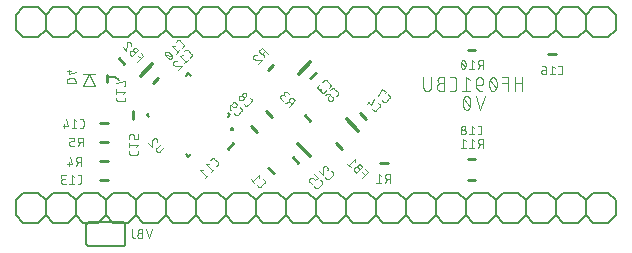
<source format=gbr>
G04 EAGLE Gerber RS-274X export*
G75*
%MOMM*%
%FSLAX34Y34*%
%LPD*%
%INSilkscreen Bottom*%
%IPPOS*%
%AMOC8*
5,1,8,0,0,1.08239X$1,22.5*%
G01*
%ADD10C,0.101600*%
%ADD11C,0.152400*%
%ADD12C,0.254000*%
%ADD13C,0.076200*%
%ADD14C,0.200000*%
%ADD15C,0.127000*%
%ADD16C,0.304800*%


D10*
X181179Y133858D02*
X181179Y145542D01*
X181179Y140349D02*
X174688Y140349D01*
X174688Y145542D02*
X174688Y133858D01*
X168965Y133858D02*
X168965Y145542D01*
X163772Y145542D01*
X163772Y140349D02*
X168965Y140349D01*
X159463Y139700D02*
X159460Y139930D01*
X159452Y140160D01*
X159438Y140389D01*
X159419Y140618D01*
X159394Y140847D01*
X159364Y141075D01*
X159329Y141302D01*
X159288Y141528D01*
X159242Y141753D01*
X159190Y141977D01*
X159133Y142200D01*
X159071Y142421D01*
X159003Y142641D01*
X158930Y142859D01*
X158852Y143075D01*
X158769Y143289D01*
X158681Y143502D01*
X158588Y143712D01*
X158489Y143919D01*
X158456Y144009D01*
X158420Y144098D01*
X158380Y144186D01*
X158336Y144271D01*
X158289Y144355D01*
X158239Y144437D01*
X158185Y144517D01*
X158129Y144594D01*
X158069Y144670D01*
X158006Y144743D01*
X157941Y144813D01*
X157872Y144881D01*
X157801Y144945D01*
X157728Y145007D01*
X157652Y145066D01*
X157574Y145122D01*
X157493Y145175D01*
X157411Y145224D01*
X157327Y145270D01*
X157240Y145313D01*
X157153Y145352D01*
X157063Y145388D01*
X156973Y145420D01*
X156881Y145448D01*
X156788Y145473D01*
X156694Y145494D01*
X156600Y145511D01*
X156505Y145525D01*
X156409Y145534D01*
X156313Y145540D01*
X156217Y145542D01*
X156121Y145540D01*
X156025Y145534D01*
X155929Y145525D01*
X155834Y145511D01*
X155740Y145494D01*
X155646Y145473D01*
X155553Y145448D01*
X155461Y145420D01*
X155371Y145388D01*
X155281Y145352D01*
X155194Y145313D01*
X155107Y145270D01*
X155023Y145224D01*
X154941Y145175D01*
X154860Y145122D01*
X154782Y145066D01*
X154706Y145007D01*
X154633Y144945D01*
X154562Y144881D01*
X154493Y144813D01*
X154428Y144743D01*
X154365Y144670D01*
X154305Y144595D01*
X154249Y144517D01*
X154195Y144437D01*
X154145Y144355D01*
X154098Y144271D01*
X154055Y144186D01*
X154014Y144098D01*
X153978Y144009D01*
X153945Y143919D01*
X153946Y143919D02*
X153847Y143711D01*
X153754Y143501D01*
X153666Y143289D01*
X153583Y143075D01*
X153505Y142858D01*
X153432Y142640D01*
X153364Y142421D01*
X153302Y142199D01*
X153245Y141977D01*
X153193Y141753D01*
X153147Y141528D01*
X153106Y141302D01*
X153071Y141074D01*
X153041Y140847D01*
X153016Y140618D01*
X152997Y140389D01*
X152983Y140160D01*
X152975Y139930D01*
X152972Y139700D01*
X159463Y139700D02*
X159460Y139470D01*
X159452Y139240D01*
X159438Y139011D01*
X159419Y138782D01*
X159394Y138553D01*
X159364Y138325D01*
X159329Y138098D01*
X159288Y137872D01*
X159242Y137647D01*
X159190Y137423D01*
X159133Y137200D01*
X159071Y136979D01*
X159003Y136759D01*
X158930Y136541D01*
X158852Y136325D01*
X158769Y136111D01*
X158681Y135899D01*
X158588Y135688D01*
X158489Y135481D01*
X158456Y135391D01*
X158420Y135302D01*
X158379Y135214D01*
X158336Y135129D01*
X158289Y135045D01*
X158239Y134963D01*
X158185Y134883D01*
X158129Y134806D01*
X158069Y134730D01*
X158006Y134657D01*
X157941Y134587D01*
X157872Y134519D01*
X157801Y134455D01*
X157728Y134393D01*
X157652Y134334D01*
X157574Y134278D01*
X157493Y134225D01*
X157411Y134176D01*
X157327Y134130D01*
X157240Y134087D01*
X157153Y134048D01*
X157063Y134012D01*
X156973Y133980D01*
X156881Y133952D01*
X156788Y133927D01*
X156694Y133906D01*
X156600Y133889D01*
X156505Y133875D01*
X156409Y133866D01*
X156313Y133860D01*
X156217Y133858D01*
X153945Y135481D02*
X153846Y135688D01*
X153753Y135899D01*
X153665Y136111D01*
X153582Y136325D01*
X153504Y136541D01*
X153431Y136759D01*
X153363Y136979D01*
X153301Y137200D01*
X153244Y137423D01*
X153192Y137647D01*
X153146Y137872D01*
X153105Y138098D01*
X153070Y138325D01*
X153040Y138553D01*
X153015Y138782D01*
X152996Y139011D01*
X152982Y139240D01*
X152974Y139470D01*
X152971Y139700D01*
X153945Y135481D02*
X153978Y135391D01*
X154014Y135302D01*
X154055Y135214D01*
X154098Y135129D01*
X154145Y135045D01*
X154195Y134963D01*
X154249Y134883D01*
X154305Y134805D01*
X154365Y134730D01*
X154428Y134657D01*
X154493Y134587D01*
X154562Y134519D01*
X154633Y134455D01*
X154706Y134393D01*
X154782Y134334D01*
X154860Y134278D01*
X154941Y134225D01*
X155023Y134176D01*
X155107Y134130D01*
X155194Y134087D01*
X155281Y134048D01*
X155371Y134012D01*
X155461Y133980D01*
X155553Y133952D01*
X155646Y133927D01*
X155740Y133906D01*
X155834Y133889D01*
X155929Y133875D01*
X156025Y133866D01*
X156121Y133860D01*
X156217Y133858D01*
X158813Y136454D02*
X153620Y142946D01*
X145436Y139051D02*
X141541Y139051D01*
X145436Y139051D02*
X145535Y139053D01*
X145635Y139059D01*
X145734Y139068D01*
X145832Y139081D01*
X145930Y139098D01*
X146028Y139119D01*
X146124Y139144D01*
X146219Y139172D01*
X146313Y139204D01*
X146406Y139239D01*
X146498Y139278D01*
X146588Y139321D01*
X146676Y139366D01*
X146763Y139416D01*
X146847Y139468D01*
X146930Y139524D01*
X147010Y139582D01*
X147088Y139644D01*
X147163Y139709D01*
X147236Y139777D01*
X147306Y139847D01*
X147374Y139920D01*
X147439Y139995D01*
X147501Y140073D01*
X147559Y140153D01*
X147615Y140236D01*
X147667Y140320D01*
X147717Y140407D01*
X147762Y140495D01*
X147805Y140585D01*
X147844Y140677D01*
X147879Y140770D01*
X147911Y140864D01*
X147939Y140959D01*
X147964Y141055D01*
X147985Y141153D01*
X148002Y141251D01*
X148015Y141349D01*
X148024Y141448D01*
X148030Y141548D01*
X148032Y141647D01*
X148033Y141647D02*
X148033Y142296D01*
X148031Y142409D01*
X148025Y142522D01*
X148015Y142635D01*
X148001Y142748D01*
X147984Y142860D01*
X147962Y142971D01*
X147937Y143081D01*
X147907Y143191D01*
X147874Y143299D01*
X147837Y143406D01*
X147797Y143512D01*
X147752Y143616D01*
X147704Y143719D01*
X147653Y143820D01*
X147598Y143919D01*
X147540Y144016D01*
X147478Y144111D01*
X147413Y144204D01*
X147345Y144294D01*
X147274Y144382D01*
X147199Y144468D01*
X147122Y144551D01*
X147042Y144631D01*
X146959Y144708D01*
X146873Y144783D01*
X146785Y144854D01*
X146695Y144922D01*
X146602Y144987D01*
X146507Y145049D01*
X146410Y145107D01*
X146311Y145162D01*
X146210Y145213D01*
X146107Y145261D01*
X146003Y145306D01*
X145897Y145346D01*
X145790Y145383D01*
X145682Y145416D01*
X145572Y145446D01*
X145462Y145471D01*
X145351Y145493D01*
X145239Y145510D01*
X145126Y145524D01*
X145013Y145534D01*
X144900Y145540D01*
X144787Y145542D01*
X144674Y145540D01*
X144561Y145534D01*
X144448Y145524D01*
X144335Y145510D01*
X144223Y145493D01*
X144112Y145471D01*
X144002Y145446D01*
X143892Y145416D01*
X143784Y145383D01*
X143677Y145346D01*
X143571Y145306D01*
X143467Y145261D01*
X143364Y145213D01*
X143263Y145162D01*
X143164Y145107D01*
X143067Y145049D01*
X142972Y144987D01*
X142879Y144922D01*
X142789Y144854D01*
X142701Y144783D01*
X142615Y144708D01*
X142532Y144631D01*
X142452Y144551D01*
X142375Y144468D01*
X142300Y144382D01*
X142229Y144294D01*
X142161Y144204D01*
X142096Y144111D01*
X142034Y144016D01*
X141976Y143919D01*
X141921Y143820D01*
X141870Y143719D01*
X141822Y143616D01*
X141777Y143512D01*
X141737Y143406D01*
X141700Y143299D01*
X141667Y143191D01*
X141637Y143081D01*
X141612Y142971D01*
X141590Y142860D01*
X141573Y142748D01*
X141559Y142635D01*
X141549Y142522D01*
X141543Y142409D01*
X141541Y142296D01*
X141541Y139051D01*
X141543Y138908D01*
X141549Y138765D01*
X141559Y138622D01*
X141573Y138480D01*
X141590Y138338D01*
X141612Y138196D01*
X141637Y138055D01*
X141667Y137915D01*
X141700Y137776D01*
X141737Y137638D01*
X141778Y137501D01*
X141822Y137365D01*
X141871Y137230D01*
X141923Y137097D01*
X141978Y136965D01*
X142038Y136835D01*
X142101Y136706D01*
X142167Y136579D01*
X142237Y136455D01*
X142310Y136332D01*
X142387Y136211D01*
X142467Y136092D01*
X142550Y135976D01*
X142636Y135861D01*
X142725Y135750D01*
X142818Y135640D01*
X142913Y135534D01*
X143012Y135430D01*
X143113Y135329D01*
X143217Y135230D01*
X143323Y135135D01*
X143433Y135042D01*
X143544Y134953D01*
X143659Y134867D01*
X143775Y134784D01*
X143894Y134704D01*
X144015Y134627D01*
X144137Y134554D01*
X144262Y134484D01*
X144389Y134418D01*
X144518Y134355D01*
X144648Y134295D01*
X144780Y134240D01*
X144913Y134188D01*
X145048Y134139D01*
X145184Y134095D01*
X145321Y134054D01*
X145459Y134017D01*
X145598Y133984D01*
X145738Y133954D01*
X145879Y133929D01*
X146021Y133907D01*
X146163Y133890D01*
X146305Y133876D01*
X146448Y133866D01*
X146591Y133860D01*
X146734Y133858D01*
X136603Y142946D02*
X133357Y145542D01*
X133357Y133858D01*
X136603Y133858D02*
X130111Y133858D01*
X122609Y133858D02*
X120013Y133858D01*
X122609Y133858D02*
X122708Y133860D01*
X122808Y133866D01*
X122907Y133875D01*
X123005Y133888D01*
X123103Y133905D01*
X123201Y133926D01*
X123297Y133951D01*
X123392Y133979D01*
X123486Y134011D01*
X123579Y134046D01*
X123671Y134085D01*
X123761Y134128D01*
X123849Y134173D01*
X123936Y134223D01*
X124020Y134275D01*
X124103Y134331D01*
X124183Y134389D01*
X124261Y134451D01*
X124336Y134516D01*
X124409Y134584D01*
X124479Y134654D01*
X124547Y134727D01*
X124612Y134802D01*
X124674Y134880D01*
X124732Y134960D01*
X124788Y135043D01*
X124840Y135127D01*
X124890Y135214D01*
X124935Y135302D01*
X124978Y135392D01*
X125017Y135484D01*
X125052Y135577D01*
X125084Y135671D01*
X125112Y135766D01*
X125137Y135862D01*
X125158Y135960D01*
X125175Y136058D01*
X125188Y136156D01*
X125197Y136255D01*
X125203Y136355D01*
X125205Y136454D01*
X125206Y136454D02*
X125206Y142946D01*
X125205Y142946D02*
X125203Y143045D01*
X125197Y143145D01*
X125188Y143244D01*
X125175Y143342D01*
X125158Y143440D01*
X125137Y143538D01*
X125112Y143634D01*
X125084Y143729D01*
X125052Y143823D01*
X125017Y143916D01*
X124978Y144008D01*
X124935Y144098D01*
X124890Y144186D01*
X124840Y144273D01*
X124788Y144357D01*
X124732Y144440D01*
X124674Y144520D01*
X124612Y144598D01*
X124547Y144673D01*
X124479Y144746D01*
X124409Y144816D01*
X124336Y144884D01*
X124261Y144949D01*
X124183Y145011D01*
X124103Y145069D01*
X124020Y145125D01*
X123936Y145177D01*
X123849Y145227D01*
X123761Y145272D01*
X123671Y145315D01*
X123579Y145354D01*
X123486Y145389D01*
X123392Y145421D01*
X123297Y145449D01*
X123201Y145474D01*
X123103Y145495D01*
X123005Y145512D01*
X122907Y145525D01*
X122808Y145534D01*
X122708Y145540D01*
X122609Y145542D01*
X120013Y145542D01*
X115097Y140349D02*
X111852Y140349D01*
X111852Y140350D02*
X111739Y140348D01*
X111626Y140342D01*
X111513Y140332D01*
X111400Y140318D01*
X111288Y140301D01*
X111177Y140279D01*
X111067Y140254D01*
X110957Y140224D01*
X110849Y140191D01*
X110742Y140154D01*
X110636Y140114D01*
X110532Y140069D01*
X110429Y140021D01*
X110328Y139970D01*
X110229Y139915D01*
X110132Y139857D01*
X110037Y139795D01*
X109944Y139730D01*
X109854Y139662D01*
X109766Y139591D01*
X109680Y139516D01*
X109597Y139439D01*
X109517Y139359D01*
X109440Y139276D01*
X109365Y139190D01*
X109294Y139102D01*
X109226Y139012D01*
X109161Y138919D01*
X109099Y138824D01*
X109041Y138727D01*
X108986Y138628D01*
X108935Y138527D01*
X108887Y138424D01*
X108842Y138320D01*
X108802Y138214D01*
X108765Y138107D01*
X108732Y137999D01*
X108702Y137889D01*
X108677Y137779D01*
X108655Y137668D01*
X108638Y137556D01*
X108624Y137443D01*
X108614Y137330D01*
X108608Y137217D01*
X108606Y137104D01*
X108608Y136991D01*
X108614Y136878D01*
X108624Y136765D01*
X108638Y136652D01*
X108655Y136540D01*
X108677Y136429D01*
X108702Y136319D01*
X108732Y136209D01*
X108765Y136101D01*
X108802Y135994D01*
X108842Y135888D01*
X108887Y135784D01*
X108935Y135681D01*
X108986Y135580D01*
X109041Y135481D01*
X109099Y135384D01*
X109161Y135289D01*
X109226Y135196D01*
X109294Y135106D01*
X109365Y135018D01*
X109440Y134932D01*
X109517Y134849D01*
X109597Y134769D01*
X109680Y134692D01*
X109766Y134617D01*
X109854Y134546D01*
X109944Y134478D01*
X110037Y134413D01*
X110132Y134351D01*
X110229Y134293D01*
X110328Y134238D01*
X110429Y134187D01*
X110532Y134139D01*
X110636Y134094D01*
X110742Y134054D01*
X110849Y134017D01*
X110957Y133984D01*
X111067Y133954D01*
X111177Y133929D01*
X111288Y133907D01*
X111400Y133890D01*
X111513Y133876D01*
X111626Y133866D01*
X111739Y133860D01*
X111852Y133858D01*
X115097Y133858D01*
X115097Y145542D01*
X111852Y145542D01*
X111751Y145540D01*
X111651Y145534D01*
X111551Y145524D01*
X111451Y145511D01*
X111352Y145493D01*
X111253Y145472D01*
X111156Y145447D01*
X111059Y145418D01*
X110964Y145385D01*
X110870Y145349D01*
X110778Y145309D01*
X110687Y145266D01*
X110598Y145219D01*
X110511Y145169D01*
X110425Y145115D01*
X110342Y145058D01*
X110262Y144998D01*
X110183Y144935D01*
X110107Y144868D01*
X110034Y144799D01*
X109964Y144727D01*
X109896Y144653D01*
X109831Y144576D01*
X109770Y144496D01*
X109711Y144414D01*
X109656Y144330D01*
X109604Y144244D01*
X109555Y144156D01*
X109510Y144066D01*
X109468Y143974D01*
X109430Y143881D01*
X109396Y143786D01*
X109365Y143691D01*
X109338Y143594D01*
X109315Y143496D01*
X109295Y143397D01*
X109280Y143297D01*
X109268Y143197D01*
X109260Y143097D01*
X109256Y142996D01*
X109256Y142896D01*
X109260Y142795D01*
X109268Y142695D01*
X109280Y142595D01*
X109295Y142495D01*
X109315Y142396D01*
X109338Y142298D01*
X109365Y142201D01*
X109396Y142106D01*
X109430Y142011D01*
X109468Y141918D01*
X109510Y141826D01*
X109555Y141736D01*
X109604Y141648D01*
X109656Y141562D01*
X109711Y141478D01*
X109770Y141396D01*
X109831Y141316D01*
X109896Y141239D01*
X109964Y141165D01*
X110034Y141093D01*
X110107Y141024D01*
X110183Y140957D01*
X110262Y140894D01*
X110342Y140834D01*
X110425Y140777D01*
X110511Y140723D01*
X110598Y140673D01*
X110687Y140626D01*
X110778Y140583D01*
X110870Y140543D01*
X110964Y140507D01*
X111059Y140474D01*
X111156Y140445D01*
X111253Y140420D01*
X111352Y140399D01*
X111451Y140381D01*
X111551Y140368D01*
X111651Y140358D01*
X111751Y140352D01*
X111852Y140350D01*
X103837Y137104D02*
X103837Y145542D01*
X103837Y137104D02*
X103835Y136991D01*
X103829Y136878D01*
X103819Y136765D01*
X103805Y136652D01*
X103788Y136540D01*
X103766Y136429D01*
X103741Y136319D01*
X103711Y136209D01*
X103678Y136101D01*
X103641Y135994D01*
X103601Y135888D01*
X103556Y135784D01*
X103508Y135681D01*
X103457Y135580D01*
X103402Y135481D01*
X103344Y135384D01*
X103282Y135289D01*
X103217Y135196D01*
X103149Y135106D01*
X103078Y135018D01*
X103003Y134932D01*
X102926Y134849D01*
X102846Y134769D01*
X102763Y134692D01*
X102677Y134617D01*
X102589Y134546D01*
X102499Y134478D01*
X102406Y134413D01*
X102311Y134351D01*
X102214Y134293D01*
X102115Y134238D01*
X102014Y134187D01*
X101911Y134139D01*
X101807Y134094D01*
X101701Y134054D01*
X101594Y134017D01*
X101486Y133984D01*
X101376Y133954D01*
X101266Y133929D01*
X101155Y133907D01*
X101043Y133890D01*
X100930Y133876D01*
X100817Y133866D01*
X100704Y133860D01*
X100591Y133858D01*
X100478Y133860D01*
X100365Y133866D01*
X100252Y133876D01*
X100139Y133890D01*
X100027Y133907D01*
X99916Y133929D01*
X99806Y133954D01*
X99696Y133984D01*
X99588Y134017D01*
X99481Y134054D01*
X99375Y134094D01*
X99271Y134139D01*
X99168Y134187D01*
X99067Y134238D01*
X98968Y134293D01*
X98871Y134351D01*
X98776Y134413D01*
X98683Y134478D01*
X98593Y134546D01*
X98505Y134617D01*
X98419Y134692D01*
X98336Y134769D01*
X98256Y134849D01*
X98179Y134932D01*
X98104Y135018D01*
X98033Y135106D01*
X97965Y135196D01*
X97900Y135289D01*
X97838Y135384D01*
X97780Y135481D01*
X97725Y135580D01*
X97674Y135681D01*
X97626Y135784D01*
X97581Y135888D01*
X97541Y135994D01*
X97504Y136101D01*
X97471Y136209D01*
X97441Y136319D01*
X97416Y136429D01*
X97394Y136540D01*
X97377Y136652D01*
X97363Y136765D01*
X97353Y136878D01*
X97347Y136991D01*
X97345Y137104D01*
X97346Y137104D02*
X97346Y145542D01*
X149253Y129667D02*
X145359Y117983D01*
X141464Y129667D01*
X136201Y128044D02*
X136300Y127837D01*
X136393Y127627D01*
X136481Y127414D01*
X136564Y127200D01*
X136642Y126984D01*
X136715Y126766D01*
X136783Y126546D01*
X136845Y126325D01*
X136902Y126102D01*
X136954Y125878D01*
X137000Y125653D01*
X137041Y125427D01*
X137076Y125200D01*
X137106Y124972D01*
X137131Y124743D01*
X137150Y124514D01*
X137164Y124285D01*
X137172Y124055D01*
X137175Y123825D01*
X136201Y128044D02*
X136168Y128134D01*
X136132Y128223D01*
X136092Y128311D01*
X136048Y128396D01*
X136001Y128480D01*
X135951Y128562D01*
X135897Y128642D01*
X135841Y128719D01*
X135781Y128795D01*
X135718Y128868D01*
X135653Y128938D01*
X135584Y129006D01*
X135513Y129070D01*
X135440Y129132D01*
X135364Y129191D01*
X135286Y129247D01*
X135205Y129300D01*
X135123Y129349D01*
X135039Y129395D01*
X134952Y129438D01*
X134865Y129477D01*
X134775Y129513D01*
X134685Y129545D01*
X134593Y129573D01*
X134500Y129598D01*
X134406Y129619D01*
X134312Y129636D01*
X134217Y129650D01*
X134121Y129659D01*
X134025Y129665D01*
X133929Y129667D01*
X133833Y129665D01*
X133737Y129659D01*
X133641Y129650D01*
X133546Y129636D01*
X133452Y129619D01*
X133358Y129598D01*
X133265Y129573D01*
X133173Y129545D01*
X133083Y129513D01*
X132993Y129477D01*
X132906Y129438D01*
X132819Y129395D01*
X132735Y129349D01*
X132653Y129300D01*
X132572Y129247D01*
X132494Y129191D01*
X132418Y129132D01*
X132345Y129070D01*
X132274Y129006D01*
X132205Y128938D01*
X132140Y128868D01*
X132077Y128795D01*
X132017Y128720D01*
X131961Y128642D01*
X131907Y128562D01*
X131857Y128480D01*
X131810Y128396D01*
X131767Y128311D01*
X131726Y128223D01*
X131690Y128134D01*
X131657Y128044D01*
X131558Y127836D01*
X131465Y127626D01*
X131377Y127414D01*
X131294Y127200D01*
X131216Y126983D01*
X131143Y126765D01*
X131075Y126546D01*
X131013Y126324D01*
X130956Y126102D01*
X130904Y125878D01*
X130858Y125653D01*
X130817Y125427D01*
X130782Y125199D01*
X130752Y124972D01*
X130727Y124743D01*
X130708Y124514D01*
X130694Y124285D01*
X130686Y124055D01*
X130683Y123825D01*
X137174Y123825D02*
X137171Y123595D01*
X137163Y123365D01*
X137149Y123136D01*
X137130Y122907D01*
X137105Y122678D01*
X137075Y122450D01*
X137040Y122223D01*
X136999Y121997D01*
X136953Y121772D01*
X136901Y121548D01*
X136844Y121325D01*
X136782Y121104D01*
X136714Y120884D01*
X136641Y120666D01*
X136563Y120450D01*
X136480Y120236D01*
X136392Y120024D01*
X136299Y119813D01*
X136200Y119606D01*
X136201Y119606D02*
X136168Y119516D01*
X136132Y119427D01*
X136091Y119339D01*
X136048Y119254D01*
X136001Y119170D01*
X135951Y119088D01*
X135897Y119008D01*
X135841Y118931D01*
X135781Y118855D01*
X135718Y118782D01*
X135653Y118712D01*
X135584Y118644D01*
X135513Y118580D01*
X135440Y118518D01*
X135364Y118459D01*
X135286Y118403D01*
X135205Y118350D01*
X135123Y118301D01*
X135039Y118255D01*
X134952Y118212D01*
X134865Y118173D01*
X134775Y118137D01*
X134685Y118105D01*
X134593Y118077D01*
X134500Y118052D01*
X134406Y118031D01*
X134312Y118014D01*
X134217Y118000D01*
X134121Y117991D01*
X134025Y117985D01*
X133929Y117983D01*
X131657Y119606D02*
X131558Y119813D01*
X131465Y120024D01*
X131377Y120236D01*
X131294Y120450D01*
X131216Y120666D01*
X131143Y120884D01*
X131075Y121104D01*
X131013Y121325D01*
X130956Y121548D01*
X130904Y121772D01*
X130858Y121997D01*
X130817Y122223D01*
X130782Y122450D01*
X130752Y122678D01*
X130727Y122907D01*
X130708Y123136D01*
X130694Y123365D01*
X130686Y123595D01*
X130683Y123825D01*
X131657Y119606D02*
X131690Y119516D01*
X131726Y119427D01*
X131767Y119339D01*
X131810Y119254D01*
X131857Y119170D01*
X131907Y119088D01*
X131961Y119008D01*
X132017Y118930D01*
X132077Y118855D01*
X132140Y118782D01*
X132205Y118712D01*
X132274Y118644D01*
X132345Y118580D01*
X132418Y118518D01*
X132494Y118459D01*
X132572Y118403D01*
X132653Y118350D01*
X132735Y118301D01*
X132819Y118255D01*
X132906Y118212D01*
X132993Y118173D01*
X133083Y118137D01*
X133173Y118105D01*
X133265Y118077D01*
X133358Y118052D01*
X133452Y118031D01*
X133546Y118014D01*
X133641Y118000D01*
X133737Y117991D01*
X133833Y117985D01*
X133929Y117983D01*
X136525Y120579D02*
X131332Y127071D01*
D11*
X-163513Y146050D02*
X-169863Y146050D01*
X-163513Y146050D02*
X-160338Y142875D01*
D12*
X-34085Y69010D02*
X-29415Y64340D01*
D13*
X-42551Y53016D02*
X-43708Y54174D01*
X-42552Y53016D02*
X-42493Y52961D01*
X-42433Y52909D01*
X-42369Y52859D01*
X-42303Y52813D01*
X-42236Y52770D01*
X-42166Y52730D01*
X-42094Y52694D01*
X-42020Y52662D01*
X-41945Y52633D01*
X-41869Y52607D01*
X-41792Y52586D01*
X-41713Y52568D01*
X-41634Y52555D01*
X-41554Y52545D01*
X-41474Y52539D01*
X-41394Y52537D01*
X-41314Y52539D01*
X-41234Y52545D01*
X-41154Y52555D01*
X-41075Y52568D01*
X-40996Y52586D01*
X-40919Y52607D01*
X-40843Y52633D01*
X-40768Y52662D01*
X-40694Y52694D01*
X-40622Y52730D01*
X-40552Y52770D01*
X-40485Y52813D01*
X-40419Y52859D01*
X-40356Y52909D01*
X-40295Y52961D01*
X-40236Y53016D01*
X-37343Y55910D01*
X-37342Y55910D02*
X-37287Y55969D01*
X-37235Y56029D01*
X-37185Y56093D01*
X-37139Y56159D01*
X-37096Y56226D01*
X-37056Y56296D01*
X-37020Y56368D01*
X-36988Y56442D01*
X-36959Y56516D01*
X-36933Y56593D01*
X-36912Y56670D01*
X-36894Y56749D01*
X-36881Y56828D01*
X-36871Y56908D01*
X-36865Y56988D01*
X-36863Y57068D01*
X-36865Y57148D01*
X-36871Y57228D01*
X-36881Y57308D01*
X-36894Y57387D01*
X-36912Y57466D01*
X-36933Y57543D01*
X-36959Y57619D01*
X-36988Y57694D01*
X-37020Y57768D01*
X-37056Y57840D01*
X-37096Y57910D01*
X-37139Y57977D01*
X-37185Y58043D01*
X-37235Y58106D01*
X-37287Y58167D01*
X-37342Y58226D01*
X-37342Y58225D02*
X-38500Y59382D01*
X-41669Y60237D02*
X-41959Y62841D01*
X-47167Y57633D01*
X-48614Y59079D02*
X-45720Y56186D01*
D12*
X23679Y89392D02*
X28529Y84543D01*
D13*
X50299Y65167D02*
X45090Y59958D01*
X50299Y65167D02*
X47984Y67482D01*
X45669Y65167D02*
X47984Y62852D01*
X43429Y67407D02*
X41982Y68854D01*
X41917Y68915D01*
X41850Y68974D01*
X41781Y69030D01*
X41709Y69083D01*
X41634Y69133D01*
X41558Y69179D01*
X41480Y69222D01*
X41400Y69261D01*
X41318Y69297D01*
X41235Y69330D01*
X41150Y69358D01*
X41065Y69383D01*
X40978Y69405D01*
X40890Y69422D01*
X40802Y69435D01*
X40713Y69445D01*
X40624Y69451D01*
X40535Y69453D01*
X40446Y69451D01*
X40357Y69445D01*
X40268Y69435D01*
X40180Y69422D01*
X40092Y69405D01*
X40005Y69383D01*
X39920Y69358D01*
X39835Y69330D01*
X39752Y69297D01*
X39670Y69261D01*
X39590Y69222D01*
X39512Y69179D01*
X39436Y69133D01*
X39361Y69083D01*
X39289Y69030D01*
X39220Y68974D01*
X39153Y68915D01*
X39088Y68854D01*
X39027Y68789D01*
X38968Y68722D01*
X38912Y68653D01*
X38859Y68581D01*
X38809Y68506D01*
X38763Y68430D01*
X38720Y68352D01*
X38681Y68272D01*
X38645Y68190D01*
X38612Y68107D01*
X38584Y68022D01*
X38559Y67937D01*
X38537Y67850D01*
X38520Y67762D01*
X38507Y67674D01*
X38497Y67585D01*
X38491Y67496D01*
X38489Y67407D01*
X38491Y67318D01*
X38497Y67229D01*
X38507Y67140D01*
X38520Y67052D01*
X38538Y66964D01*
X38559Y66877D01*
X38584Y66792D01*
X38612Y66707D01*
X38645Y66624D01*
X38681Y66542D01*
X38720Y66462D01*
X38763Y66384D01*
X38809Y66308D01*
X38859Y66233D01*
X38912Y66161D01*
X38968Y66092D01*
X39027Y66025D01*
X39088Y65960D01*
X40535Y64513D01*
X45744Y69722D01*
X44297Y71169D01*
X44239Y71223D01*
X44179Y71275D01*
X44117Y71324D01*
X44053Y71369D01*
X43986Y71412D01*
X43917Y71451D01*
X43847Y71487D01*
X43775Y71520D01*
X43701Y71549D01*
X43626Y71574D01*
X43550Y71596D01*
X43473Y71614D01*
X43395Y71628D01*
X43317Y71638D01*
X43238Y71645D01*
X43159Y71648D01*
X43080Y71647D01*
X43001Y71642D01*
X42922Y71634D01*
X42844Y71621D01*
X42766Y71605D01*
X42690Y71585D01*
X42614Y71562D01*
X42540Y71534D01*
X42467Y71504D01*
X42396Y71470D01*
X42326Y71432D01*
X42259Y71391D01*
X42193Y71347D01*
X42129Y71300D01*
X42068Y71249D01*
X42010Y71196D01*
X41954Y71140D01*
X41901Y71082D01*
X41850Y71021D01*
X41803Y70957D01*
X41759Y70891D01*
X41718Y70824D01*
X41680Y70754D01*
X41646Y70683D01*
X41616Y70610D01*
X41588Y70536D01*
X41565Y70460D01*
X41545Y70384D01*
X41529Y70306D01*
X41516Y70228D01*
X41508Y70149D01*
X41503Y70070D01*
X41502Y69991D01*
X41505Y69912D01*
X41512Y69833D01*
X41522Y69755D01*
X41536Y69677D01*
X41554Y69600D01*
X41576Y69524D01*
X41601Y69449D01*
X41630Y69375D01*
X41663Y69303D01*
X41699Y69233D01*
X41738Y69164D01*
X41781Y69097D01*
X41826Y69033D01*
X41875Y68971D01*
X41927Y68911D01*
X41981Y68853D01*
X39669Y73481D02*
X39380Y76086D01*
X34171Y70877D01*
X32725Y72324D02*
X35618Y69430D01*
D12*
X-34085Y151653D02*
X-29595Y156143D01*
D13*
X-34353Y165100D02*
X-39561Y170309D01*
X-41008Y168862D01*
X-41069Y168797D01*
X-41128Y168730D01*
X-41184Y168661D01*
X-41237Y168589D01*
X-41287Y168514D01*
X-41333Y168438D01*
X-41376Y168360D01*
X-41415Y168280D01*
X-41451Y168198D01*
X-41484Y168115D01*
X-41512Y168030D01*
X-41537Y167945D01*
X-41559Y167858D01*
X-41576Y167770D01*
X-41589Y167682D01*
X-41599Y167593D01*
X-41605Y167504D01*
X-41607Y167415D01*
X-41605Y167326D01*
X-41599Y167237D01*
X-41589Y167148D01*
X-41576Y167060D01*
X-41559Y166972D01*
X-41537Y166885D01*
X-41512Y166800D01*
X-41484Y166715D01*
X-41451Y166632D01*
X-41415Y166550D01*
X-41376Y166470D01*
X-41333Y166392D01*
X-41287Y166316D01*
X-41237Y166241D01*
X-41184Y166169D01*
X-41128Y166100D01*
X-41069Y166033D01*
X-41008Y165968D01*
X-40943Y165907D01*
X-40876Y165848D01*
X-40807Y165792D01*
X-40735Y165739D01*
X-40660Y165689D01*
X-40584Y165643D01*
X-40506Y165600D01*
X-40426Y165561D01*
X-40344Y165525D01*
X-40261Y165492D01*
X-40176Y165464D01*
X-40091Y165439D01*
X-40004Y165417D01*
X-39916Y165400D01*
X-39828Y165387D01*
X-39739Y165377D01*
X-39650Y165371D01*
X-39561Y165369D01*
X-39472Y165371D01*
X-39383Y165377D01*
X-39294Y165387D01*
X-39206Y165400D01*
X-39118Y165417D01*
X-39031Y165439D01*
X-38946Y165464D01*
X-38861Y165492D01*
X-38778Y165525D01*
X-38696Y165561D01*
X-38616Y165600D01*
X-38538Y165643D01*
X-38462Y165689D01*
X-38387Y165739D01*
X-38315Y165792D01*
X-38246Y165848D01*
X-38179Y165907D01*
X-38114Y165968D01*
X-36668Y167415D01*
X-38404Y165679D02*
X-37246Y162207D01*
X-46289Y160977D02*
X-46347Y161039D01*
X-46403Y161103D01*
X-46456Y161170D01*
X-46506Y161239D01*
X-46552Y161310D01*
X-46595Y161383D01*
X-46635Y161458D01*
X-46671Y161535D01*
X-46704Y161614D01*
X-46733Y161694D01*
X-46758Y161775D01*
X-46779Y161857D01*
X-46797Y161941D01*
X-46810Y162025D01*
X-46820Y162109D01*
X-46826Y162194D01*
X-46828Y162279D01*
X-46826Y162364D01*
X-46820Y162449D01*
X-46810Y162533D01*
X-46797Y162617D01*
X-46779Y162701D01*
X-46758Y162783D01*
X-46733Y162864D01*
X-46704Y162944D01*
X-46671Y163023D01*
X-46635Y163100D01*
X-46595Y163175D01*
X-46552Y163248D01*
X-46506Y163319D01*
X-46456Y163389D01*
X-46403Y163455D01*
X-46347Y163519D01*
X-46289Y163581D01*
X-46220Y163648D01*
X-46148Y163711D01*
X-46073Y163772D01*
X-45997Y163829D01*
X-45918Y163884D01*
X-45836Y163935D01*
X-45753Y163983D01*
X-45668Y164027D01*
X-45581Y164068D01*
X-45493Y164105D01*
X-45403Y164139D01*
X-45312Y164169D01*
X-45220Y164196D01*
X-45126Y164218D01*
X-45032Y164237D01*
X-44938Y164252D01*
X-44842Y164263D01*
X-44747Y164270D01*
X-44651Y164274D01*
X-44555Y164273D01*
X-44459Y164269D01*
X-44363Y164260D01*
X-44268Y164248D01*
X-44173Y164232D01*
X-44079Y164212D01*
X-43986Y164189D01*
X-43894Y164161D01*
X-43804Y164130D01*
X-43714Y164095D01*
X-43626Y164057D01*
X-43540Y164015D01*
X-44843Y160398D02*
X-44927Y160397D01*
X-45011Y160401D01*
X-45095Y160408D01*
X-45179Y160418D01*
X-45262Y160432D01*
X-45344Y160450D01*
X-45426Y160471D01*
X-45507Y160495D01*
X-45586Y160523D01*
X-45665Y160555D01*
X-45741Y160589D01*
X-45817Y160627D01*
X-45890Y160668D01*
X-45962Y160712D01*
X-46032Y160759D01*
X-46100Y160809D01*
X-46165Y160862D01*
X-46229Y160918D01*
X-46290Y160976D01*
X-44842Y160398D02*
X-39489Y159964D01*
X-42383Y157070D01*
D12*
X-13447Y77741D02*
X-8778Y73071D01*
D13*
X4771Y53255D02*
X5928Y52098D01*
X5928Y52097D02*
X5985Y52044D01*
X6044Y51993D01*
X6105Y51945D01*
X6168Y51899D01*
X6234Y51857D01*
X6301Y51818D01*
X6371Y51783D01*
X6442Y51750D01*
X6514Y51721D01*
X6588Y51696D01*
X6662Y51674D01*
X6738Y51655D01*
X6815Y51641D01*
X6892Y51630D01*
X6969Y51622D01*
X7047Y51618D01*
X7125Y51618D01*
X7203Y51622D01*
X7280Y51630D01*
X7357Y51641D01*
X7434Y51655D01*
X7510Y51674D01*
X7584Y51696D01*
X7658Y51721D01*
X7730Y51750D01*
X7801Y51783D01*
X7871Y51818D01*
X7938Y51857D01*
X8004Y51899D01*
X8067Y51945D01*
X8128Y51993D01*
X8187Y52044D01*
X8244Y52097D01*
X8243Y52098D02*
X11137Y54991D01*
X11190Y55048D01*
X11241Y55107D01*
X11289Y55168D01*
X11335Y55231D01*
X11377Y55297D01*
X11416Y55364D01*
X11451Y55434D01*
X11484Y55505D01*
X11513Y55577D01*
X11538Y55651D01*
X11560Y55725D01*
X11579Y55801D01*
X11593Y55878D01*
X11604Y55955D01*
X11612Y56032D01*
X11616Y56110D01*
X11616Y56188D01*
X11612Y56266D01*
X11604Y56343D01*
X11593Y56420D01*
X11579Y56497D01*
X11560Y56573D01*
X11538Y56647D01*
X11513Y56721D01*
X11484Y56793D01*
X11451Y56864D01*
X11416Y56934D01*
X11377Y57001D01*
X11335Y57067D01*
X11289Y57130D01*
X11241Y57191D01*
X11190Y57250D01*
X11137Y57307D01*
X11137Y57306D02*
X9979Y58464D01*
X2759Y55267D02*
X1023Y57003D01*
X1022Y57003D02*
X967Y57062D01*
X915Y57122D01*
X865Y57186D01*
X819Y57252D01*
X776Y57319D01*
X736Y57389D01*
X700Y57461D01*
X668Y57535D01*
X639Y57609D01*
X613Y57686D01*
X592Y57763D01*
X574Y57842D01*
X561Y57921D01*
X551Y58001D01*
X545Y58081D01*
X543Y58161D01*
X545Y58241D01*
X551Y58321D01*
X561Y58401D01*
X574Y58480D01*
X592Y58559D01*
X613Y58636D01*
X639Y58712D01*
X668Y58787D01*
X700Y58861D01*
X736Y58933D01*
X776Y59003D01*
X819Y59070D01*
X865Y59136D01*
X915Y59199D01*
X967Y59260D01*
X1022Y59319D01*
X1023Y59318D02*
X1601Y59897D01*
X1660Y59952D01*
X1721Y60004D01*
X1784Y60054D01*
X1850Y60100D01*
X1917Y60143D01*
X1987Y60183D01*
X2059Y60219D01*
X2133Y60251D01*
X2208Y60280D01*
X2284Y60306D01*
X2361Y60327D01*
X2440Y60345D01*
X2519Y60358D01*
X2599Y60368D01*
X2679Y60374D01*
X2759Y60376D01*
X2839Y60374D01*
X2919Y60368D01*
X2999Y60358D01*
X3078Y60345D01*
X3157Y60327D01*
X3234Y60306D01*
X3310Y60280D01*
X3385Y60251D01*
X3459Y60219D01*
X3531Y60183D01*
X3601Y60143D01*
X3668Y60100D01*
X3734Y60054D01*
X3797Y60004D01*
X3858Y59952D01*
X3917Y59897D01*
X3916Y59897D02*
X5653Y58161D01*
X7967Y60476D01*
X5074Y63369D01*
D12*
X1634Y144509D02*
X6304Y149179D01*
D13*
X24695Y130617D02*
X23537Y129460D01*
X24695Y130617D02*
X24748Y130674D01*
X24799Y130733D01*
X24847Y130794D01*
X24893Y130857D01*
X24935Y130923D01*
X24974Y130990D01*
X25009Y131060D01*
X25042Y131131D01*
X25071Y131203D01*
X25096Y131277D01*
X25118Y131351D01*
X25137Y131427D01*
X25151Y131504D01*
X25162Y131581D01*
X25170Y131658D01*
X25174Y131736D01*
X25174Y131814D01*
X25170Y131892D01*
X25162Y131969D01*
X25151Y132046D01*
X25137Y132123D01*
X25118Y132199D01*
X25096Y132273D01*
X25071Y132347D01*
X25042Y132419D01*
X25009Y132490D01*
X24974Y132560D01*
X24935Y132627D01*
X24893Y132693D01*
X24847Y132756D01*
X24799Y132817D01*
X24748Y132876D01*
X24695Y132933D01*
X24695Y132932D02*
X21801Y135826D01*
X21742Y135881D01*
X21682Y135933D01*
X21618Y135983D01*
X21552Y136029D01*
X21485Y136072D01*
X21415Y136112D01*
X21343Y136148D01*
X21269Y136180D01*
X21195Y136209D01*
X21118Y136235D01*
X21041Y136256D01*
X20962Y136274D01*
X20883Y136287D01*
X20803Y136297D01*
X20723Y136303D01*
X20643Y136305D01*
X20563Y136303D01*
X20483Y136297D01*
X20403Y136287D01*
X20324Y136274D01*
X20245Y136256D01*
X20168Y136235D01*
X20092Y136209D01*
X20017Y136180D01*
X19943Y136148D01*
X19871Y136112D01*
X19801Y136072D01*
X19734Y136029D01*
X19668Y135983D01*
X19605Y135933D01*
X19544Y135881D01*
X19486Y135826D01*
X18329Y134668D01*
X18632Y130342D02*
X16895Y128605D01*
X16895Y128606D02*
X16840Y128547D01*
X16788Y128486D01*
X16738Y128423D01*
X16692Y128357D01*
X16649Y128290D01*
X16609Y128220D01*
X16573Y128148D01*
X16541Y128074D01*
X16512Y127999D01*
X16486Y127923D01*
X16465Y127846D01*
X16447Y127767D01*
X16434Y127688D01*
X16424Y127608D01*
X16418Y127528D01*
X16416Y127448D01*
X16418Y127368D01*
X16424Y127288D01*
X16434Y127208D01*
X16447Y127129D01*
X16465Y127050D01*
X16486Y126973D01*
X16512Y126897D01*
X16541Y126822D01*
X16573Y126748D01*
X16609Y126676D01*
X16649Y126606D01*
X16692Y126539D01*
X16738Y126473D01*
X16788Y126410D01*
X16840Y126349D01*
X16895Y126290D01*
X17185Y126001D01*
X17250Y125940D01*
X17317Y125881D01*
X17386Y125825D01*
X17458Y125772D01*
X17533Y125722D01*
X17609Y125676D01*
X17687Y125633D01*
X17767Y125594D01*
X17849Y125558D01*
X17932Y125525D01*
X18017Y125497D01*
X18102Y125472D01*
X18189Y125451D01*
X18277Y125433D01*
X18365Y125420D01*
X18454Y125410D01*
X18543Y125404D01*
X18632Y125402D01*
X18721Y125404D01*
X18810Y125410D01*
X18899Y125419D01*
X18987Y125433D01*
X19075Y125450D01*
X19161Y125472D01*
X19247Y125497D01*
X19332Y125525D01*
X19415Y125558D01*
X19497Y125594D01*
X19577Y125633D01*
X19655Y125676D01*
X19731Y125722D01*
X19806Y125772D01*
X19878Y125825D01*
X19947Y125881D01*
X20014Y125940D01*
X20079Y126001D01*
X20140Y126066D01*
X20199Y126133D01*
X20255Y126202D01*
X20308Y126274D01*
X20358Y126349D01*
X20404Y126425D01*
X20447Y126503D01*
X20486Y126583D01*
X20522Y126665D01*
X20555Y126748D01*
X20583Y126833D01*
X20608Y126918D01*
X20630Y127005D01*
X20647Y127093D01*
X20661Y127181D01*
X20670Y127270D01*
X20676Y127359D01*
X20678Y127448D01*
X20676Y127537D01*
X20670Y127626D01*
X20660Y127715D01*
X20647Y127803D01*
X20629Y127891D01*
X20608Y127978D01*
X20583Y128063D01*
X20555Y128148D01*
X20522Y128231D01*
X20486Y128313D01*
X20447Y128393D01*
X20404Y128471D01*
X20358Y128547D01*
X20308Y128622D01*
X20255Y128694D01*
X20199Y128763D01*
X20140Y128830D01*
X20079Y128895D01*
X20078Y128895D02*
X18632Y130342D01*
X18550Y130421D01*
X18465Y130498D01*
X18377Y130571D01*
X18287Y130642D01*
X18195Y130709D01*
X18100Y130773D01*
X18003Y130833D01*
X17904Y130890D01*
X17803Y130944D01*
X17701Y130994D01*
X17596Y131041D01*
X17490Y131084D01*
X17383Y131123D01*
X17274Y131158D01*
X17164Y131189D01*
X17054Y131217D01*
X16942Y131241D01*
X16829Y131261D01*
X16716Y131277D01*
X16602Y131289D01*
X16488Y131297D01*
X16374Y131301D01*
X16260Y131301D01*
X16146Y131297D01*
X16032Y131289D01*
X15918Y131277D01*
X15805Y131261D01*
X15692Y131241D01*
X15581Y131217D01*
X15470Y131189D01*
X15360Y131158D01*
X15251Y131123D01*
X15144Y131084D01*
X15038Y131041D01*
X14933Y130994D01*
X14831Y130944D01*
X14730Y130891D01*
X14631Y130833D01*
X14534Y130773D01*
X14439Y130709D01*
X14347Y130642D01*
X14257Y130571D01*
X14169Y130498D01*
X14084Y130421D01*
X14002Y130342D01*
D12*
X43703Y115047D02*
X48372Y110378D01*
D13*
X63294Y124681D02*
X62137Y125838D01*
X63293Y124680D02*
X63350Y124627D01*
X63409Y124576D01*
X63470Y124528D01*
X63533Y124482D01*
X63599Y124440D01*
X63666Y124401D01*
X63736Y124366D01*
X63807Y124333D01*
X63879Y124304D01*
X63953Y124279D01*
X64027Y124257D01*
X64103Y124238D01*
X64180Y124224D01*
X64257Y124213D01*
X64334Y124205D01*
X64412Y124201D01*
X64490Y124201D01*
X64568Y124205D01*
X64645Y124213D01*
X64722Y124224D01*
X64799Y124238D01*
X64875Y124257D01*
X64949Y124279D01*
X65023Y124304D01*
X65095Y124333D01*
X65166Y124366D01*
X65236Y124401D01*
X65303Y124440D01*
X65369Y124482D01*
X65432Y124528D01*
X65493Y124576D01*
X65552Y124627D01*
X65609Y124680D01*
X65609Y124681D02*
X68503Y127574D01*
X68556Y127631D01*
X68607Y127690D01*
X68655Y127751D01*
X68701Y127814D01*
X68743Y127880D01*
X68782Y127947D01*
X68817Y128017D01*
X68850Y128088D01*
X68879Y128160D01*
X68904Y128234D01*
X68926Y128308D01*
X68945Y128384D01*
X68959Y128461D01*
X68970Y128538D01*
X68978Y128615D01*
X68982Y128693D01*
X68982Y128771D01*
X68978Y128849D01*
X68970Y128926D01*
X68959Y129003D01*
X68945Y129080D01*
X68926Y129156D01*
X68904Y129230D01*
X68879Y129304D01*
X68850Y129376D01*
X68817Y129447D01*
X68782Y129517D01*
X68743Y129584D01*
X68701Y129650D01*
X68655Y129713D01*
X68607Y129774D01*
X68556Y129833D01*
X68503Y129890D01*
X68503Y129889D02*
X67345Y131047D01*
X65333Y133059D02*
X64754Y132480D01*
X65333Y133059D02*
X62440Y135952D01*
X58678Y129297D01*
D12*
X-31003Y111965D02*
X-35672Y116635D01*
D13*
X-53701Y121833D02*
X-54858Y122990D01*
X-53702Y121832D02*
X-53643Y121777D01*
X-53583Y121725D01*
X-53519Y121675D01*
X-53453Y121629D01*
X-53386Y121586D01*
X-53316Y121546D01*
X-53244Y121510D01*
X-53170Y121478D01*
X-53095Y121449D01*
X-53019Y121423D01*
X-52942Y121402D01*
X-52863Y121384D01*
X-52784Y121371D01*
X-52704Y121361D01*
X-52624Y121355D01*
X-52544Y121353D01*
X-52464Y121355D01*
X-52384Y121361D01*
X-52304Y121371D01*
X-52225Y121384D01*
X-52146Y121402D01*
X-52069Y121423D01*
X-51993Y121449D01*
X-51918Y121478D01*
X-51844Y121510D01*
X-51772Y121546D01*
X-51702Y121586D01*
X-51635Y121629D01*
X-51569Y121675D01*
X-51506Y121725D01*
X-51445Y121777D01*
X-51386Y121832D01*
X-51386Y121833D02*
X-48492Y124726D01*
X-48437Y124785D01*
X-48385Y124845D01*
X-48335Y124909D01*
X-48289Y124975D01*
X-48246Y125042D01*
X-48206Y125112D01*
X-48170Y125184D01*
X-48138Y125258D01*
X-48109Y125332D01*
X-48083Y125409D01*
X-48062Y125486D01*
X-48044Y125565D01*
X-48031Y125644D01*
X-48021Y125724D01*
X-48015Y125804D01*
X-48013Y125884D01*
X-48015Y125964D01*
X-48021Y126044D01*
X-48031Y126124D01*
X-48044Y126203D01*
X-48062Y126282D01*
X-48083Y126359D01*
X-48109Y126435D01*
X-48138Y126510D01*
X-48170Y126584D01*
X-48206Y126656D01*
X-48246Y126726D01*
X-48289Y126793D01*
X-48335Y126859D01*
X-48385Y126922D01*
X-48437Y126983D01*
X-48492Y127042D01*
X-48492Y127041D02*
X-49650Y128199D01*
X-55423Y126449D02*
X-55362Y126514D01*
X-55303Y126581D01*
X-55247Y126650D01*
X-55194Y126722D01*
X-55144Y126797D01*
X-55098Y126873D01*
X-55055Y126951D01*
X-55016Y127031D01*
X-54980Y127113D01*
X-54947Y127196D01*
X-54919Y127281D01*
X-54894Y127366D01*
X-54872Y127453D01*
X-54855Y127541D01*
X-54842Y127629D01*
X-54832Y127718D01*
X-54826Y127807D01*
X-54824Y127896D01*
X-54826Y127985D01*
X-54832Y128074D01*
X-54842Y128163D01*
X-54855Y128251D01*
X-54872Y128339D01*
X-54894Y128426D01*
X-54919Y128511D01*
X-54947Y128596D01*
X-54980Y128679D01*
X-55016Y128761D01*
X-55055Y128841D01*
X-55098Y128919D01*
X-55144Y128995D01*
X-55194Y129070D01*
X-55247Y129142D01*
X-55303Y129211D01*
X-55362Y129278D01*
X-55423Y129343D01*
X-55488Y129404D01*
X-55555Y129463D01*
X-55624Y129519D01*
X-55696Y129572D01*
X-55771Y129622D01*
X-55847Y129668D01*
X-55925Y129711D01*
X-56005Y129750D01*
X-56087Y129786D01*
X-56170Y129819D01*
X-56255Y129847D01*
X-56340Y129872D01*
X-56427Y129893D01*
X-56515Y129911D01*
X-56603Y129924D01*
X-56692Y129934D01*
X-56781Y129940D01*
X-56870Y129942D01*
X-56959Y129940D01*
X-57048Y129934D01*
X-57137Y129924D01*
X-57225Y129911D01*
X-57313Y129894D01*
X-57400Y129872D01*
X-57485Y129847D01*
X-57570Y129819D01*
X-57653Y129786D01*
X-57735Y129750D01*
X-57815Y129711D01*
X-57893Y129668D01*
X-57969Y129622D01*
X-58044Y129572D01*
X-58116Y129519D01*
X-58185Y129463D01*
X-58252Y129404D01*
X-58317Y129343D01*
X-58378Y129278D01*
X-58437Y129211D01*
X-58493Y129142D01*
X-58546Y129070D01*
X-58596Y128995D01*
X-58642Y128919D01*
X-58685Y128841D01*
X-58724Y128761D01*
X-58760Y128679D01*
X-58793Y128596D01*
X-58821Y128511D01*
X-58846Y128426D01*
X-58867Y128339D01*
X-58885Y128251D01*
X-58898Y128163D01*
X-58908Y128074D01*
X-58914Y127985D01*
X-58916Y127896D01*
X-58914Y127807D01*
X-58908Y127718D01*
X-58898Y127629D01*
X-58885Y127541D01*
X-58868Y127453D01*
X-58846Y127366D01*
X-58821Y127281D01*
X-58793Y127196D01*
X-58760Y127113D01*
X-58724Y127031D01*
X-58685Y126951D01*
X-58642Y126873D01*
X-58596Y126797D01*
X-58546Y126722D01*
X-58493Y126650D01*
X-58437Y126581D01*
X-58378Y126514D01*
X-58317Y126449D01*
X-58252Y126388D01*
X-58185Y126329D01*
X-58116Y126273D01*
X-58044Y126220D01*
X-57969Y126170D01*
X-57893Y126124D01*
X-57815Y126081D01*
X-57735Y126042D01*
X-57653Y126006D01*
X-57570Y125973D01*
X-57485Y125945D01*
X-57400Y125920D01*
X-57313Y125898D01*
X-57225Y125881D01*
X-57137Y125868D01*
X-57048Y125858D01*
X-56959Y125852D01*
X-56870Y125850D01*
X-56781Y125852D01*
X-56692Y125858D01*
X-56603Y125868D01*
X-56515Y125881D01*
X-56427Y125898D01*
X-56340Y125920D01*
X-56255Y125945D01*
X-56170Y125973D01*
X-56087Y126006D01*
X-56005Y126042D01*
X-55925Y126081D01*
X-55847Y126124D01*
X-55771Y126170D01*
X-55696Y126220D01*
X-55624Y126273D01*
X-55555Y126329D01*
X-55488Y126388D01*
X-55423Y126449D01*
X-53108Y129342D02*
X-53054Y129400D01*
X-53002Y129460D01*
X-52953Y129522D01*
X-52908Y129586D01*
X-52865Y129653D01*
X-52826Y129722D01*
X-52790Y129792D01*
X-52757Y129864D01*
X-52728Y129938D01*
X-52703Y130013D01*
X-52681Y130089D01*
X-52663Y130166D01*
X-52649Y130244D01*
X-52639Y130322D01*
X-52632Y130401D01*
X-52629Y130480D01*
X-52630Y130559D01*
X-52635Y130638D01*
X-52643Y130717D01*
X-52656Y130795D01*
X-52672Y130873D01*
X-52692Y130949D01*
X-52715Y131025D01*
X-52743Y131099D01*
X-52773Y131172D01*
X-52807Y131243D01*
X-52845Y131313D01*
X-52886Y131380D01*
X-52930Y131446D01*
X-52977Y131510D01*
X-53028Y131571D01*
X-53081Y131629D01*
X-53137Y131685D01*
X-53195Y131738D01*
X-53256Y131789D01*
X-53320Y131836D01*
X-53386Y131880D01*
X-53453Y131921D01*
X-53523Y131959D01*
X-53594Y131993D01*
X-53667Y132024D01*
X-53741Y132051D01*
X-53817Y132074D01*
X-53893Y132094D01*
X-53971Y132110D01*
X-54049Y132123D01*
X-54128Y132131D01*
X-54207Y132136D01*
X-54286Y132137D01*
X-54365Y132134D01*
X-54444Y132127D01*
X-54522Y132117D01*
X-54600Y132103D01*
X-54677Y132085D01*
X-54753Y132063D01*
X-54828Y132038D01*
X-54902Y132009D01*
X-54974Y131976D01*
X-55044Y131940D01*
X-55113Y131901D01*
X-55180Y131858D01*
X-55244Y131813D01*
X-55306Y131764D01*
X-55366Y131712D01*
X-55424Y131658D01*
X-55479Y131599D01*
X-55531Y131538D01*
X-55581Y131475D01*
X-55627Y131409D01*
X-55670Y131342D01*
X-55710Y131272D01*
X-55746Y131200D01*
X-55778Y131126D01*
X-55807Y131051D01*
X-55833Y130975D01*
X-55854Y130898D01*
X-55872Y130819D01*
X-55885Y130740D01*
X-55895Y130660D01*
X-55901Y130580D01*
X-55903Y130500D01*
X-55901Y130420D01*
X-55895Y130340D01*
X-55885Y130260D01*
X-55872Y130181D01*
X-55854Y130102D01*
X-55833Y130025D01*
X-55807Y129948D01*
X-55778Y129874D01*
X-55746Y129800D01*
X-55710Y129728D01*
X-55670Y129658D01*
X-55627Y129591D01*
X-55581Y129525D01*
X-55531Y129461D01*
X-55479Y129401D01*
X-55424Y129342D01*
X-55365Y129287D01*
X-55304Y129235D01*
X-55241Y129185D01*
X-55175Y129139D01*
X-55108Y129096D01*
X-55038Y129056D01*
X-54966Y129020D01*
X-54892Y128988D01*
X-54817Y128959D01*
X-54741Y128933D01*
X-54664Y128912D01*
X-54585Y128894D01*
X-54506Y128881D01*
X-54426Y128871D01*
X-54346Y128865D01*
X-54266Y128863D01*
X-54186Y128865D01*
X-54106Y128871D01*
X-54026Y128881D01*
X-53947Y128894D01*
X-53868Y128912D01*
X-53791Y128933D01*
X-53715Y128959D01*
X-53640Y128988D01*
X-53566Y129020D01*
X-53494Y129056D01*
X-53424Y129096D01*
X-53357Y129139D01*
X-53291Y129185D01*
X-53228Y129235D01*
X-53167Y129287D01*
X-53108Y129342D01*
D12*
X-48372Y103935D02*
X-43703Y99265D01*
D13*
X-61996Y113800D02*
X-63154Y114957D01*
X-61997Y113799D02*
X-61938Y113744D01*
X-61878Y113692D01*
X-61814Y113642D01*
X-61748Y113596D01*
X-61681Y113553D01*
X-61611Y113513D01*
X-61539Y113477D01*
X-61465Y113445D01*
X-61390Y113416D01*
X-61314Y113390D01*
X-61237Y113369D01*
X-61158Y113351D01*
X-61079Y113338D01*
X-60999Y113328D01*
X-60919Y113322D01*
X-60839Y113320D01*
X-60759Y113322D01*
X-60679Y113328D01*
X-60599Y113338D01*
X-60520Y113351D01*
X-60441Y113369D01*
X-60364Y113390D01*
X-60288Y113416D01*
X-60213Y113445D01*
X-60139Y113477D01*
X-60067Y113513D01*
X-59997Y113553D01*
X-59930Y113596D01*
X-59864Y113642D01*
X-59801Y113692D01*
X-59740Y113744D01*
X-59681Y113799D01*
X-59681Y113800D02*
X-56788Y116694D01*
X-56787Y116693D02*
X-56732Y116752D01*
X-56680Y116812D01*
X-56630Y116876D01*
X-56584Y116942D01*
X-56541Y117009D01*
X-56501Y117079D01*
X-56465Y117151D01*
X-56433Y117225D01*
X-56404Y117299D01*
X-56378Y117376D01*
X-56357Y117453D01*
X-56339Y117532D01*
X-56326Y117611D01*
X-56316Y117691D01*
X-56310Y117771D01*
X-56308Y117851D01*
X-56310Y117931D01*
X-56316Y118011D01*
X-56326Y118091D01*
X-56339Y118170D01*
X-56357Y118249D01*
X-56378Y118326D01*
X-56404Y118402D01*
X-56433Y118477D01*
X-56465Y118551D01*
X-56501Y118623D01*
X-56541Y118693D01*
X-56584Y118760D01*
X-56630Y118826D01*
X-56680Y118889D01*
X-56732Y118950D01*
X-56787Y119009D01*
X-56788Y119009D02*
X-57945Y120166D01*
X-64008Y120442D02*
X-65744Y122178D01*
X-64009Y120441D02*
X-63952Y120388D01*
X-63893Y120337D01*
X-63832Y120289D01*
X-63769Y120243D01*
X-63703Y120201D01*
X-63636Y120162D01*
X-63566Y120127D01*
X-63495Y120094D01*
X-63423Y120065D01*
X-63349Y120040D01*
X-63275Y120018D01*
X-63199Y119999D01*
X-63122Y119985D01*
X-63045Y119974D01*
X-62968Y119966D01*
X-62890Y119962D01*
X-62812Y119962D01*
X-62734Y119966D01*
X-62657Y119974D01*
X-62580Y119985D01*
X-62503Y119999D01*
X-62427Y120018D01*
X-62353Y120040D01*
X-62279Y120065D01*
X-62207Y120094D01*
X-62136Y120127D01*
X-62066Y120162D01*
X-61999Y120201D01*
X-61933Y120243D01*
X-61870Y120289D01*
X-61809Y120337D01*
X-61750Y120388D01*
X-61693Y120441D01*
X-61693Y120442D02*
X-61404Y120731D01*
X-61343Y120796D01*
X-61284Y120863D01*
X-61228Y120932D01*
X-61175Y121004D01*
X-61125Y121079D01*
X-61079Y121155D01*
X-61036Y121233D01*
X-60997Y121313D01*
X-60961Y121395D01*
X-60928Y121478D01*
X-60900Y121563D01*
X-60875Y121648D01*
X-60853Y121735D01*
X-60836Y121823D01*
X-60823Y121911D01*
X-60813Y122000D01*
X-60807Y122089D01*
X-60805Y122178D01*
X-60807Y122267D01*
X-60813Y122356D01*
X-60823Y122445D01*
X-60836Y122533D01*
X-60853Y122621D01*
X-60875Y122708D01*
X-60900Y122793D01*
X-60928Y122878D01*
X-60961Y122961D01*
X-60997Y123043D01*
X-61036Y123123D01*
X-61079Y123201D01*
X-61125Y123277D01*
X-61175Y123352D01*
X-61228Y123424D01*
X-61284Y123493D01*
X-61343Y123560D01*
X-61404Y123625D01*
X-61469Y123686D01*
X-61536Y123745D01*
X-61605Y123801D01*
X-61677Y123854D01*
X-61752Y123904D01*
X-61828Y123950D01*
X-61906Y123993D01*
X-61986Y124032D01*
X-62068Y124068D01*
X-62151Y124101D01*
X-62236Y124129D01*
X-62321Y124154D01*
X-62408Y124176D01*
X-62496Y124193D01*
X-62584Y124206D01*
X-62673Y124216D01*
X-62762Y124222D01*
X-62851Y124224D01*
X-62940Y124222D01*
X-63029Y124216D01*
X-63118Y124206D01*
X-63206Y124193D01*
X-63294Y124175D01*
X-63381Y124154D01*
X-63466Y124129D01*
X-63551Y124101D01*
X-63634Y124068D01*
X-63716Y124032D01*
X-63796Y123993D01*
X-63874Y123950D01*
X-63950Y123904D01*
X-64025Y123854D01*
X-64097Y123801D01*
X-64166Y123745D01*
X-64233Y123686D01*
X-64298Y123625D01*
X-65744Y122178D01*
X-65823Y122096D01*
X-65900Y122011D01*
X-65973Y121923D01*
X-66044Y121833D01*
X-66111Y121741D01*
X-66175Y121646D01*
X-66235Y121549D01*
X-66293Y121450D01*
X-66346Y121349D01*
X-66396Y121247D01*
X-66443Y121142D01*
X-66486Y121036D01*
X-66525Y120929D01*
X-66560Y120820D01*
X-66591Y120710D01*
X-66619Y120599D01*
X-66643Y120488D01*
X-66663Y120375D01*
X-66679Y120262D01*
X-66691Y120148D01*
X-66699Y120034D01*
X-66703Y119920D01*
X-66703Y119806D01*
X-66699Y119692D01*
X-66691Y119578D01*
X-66679Y119464D01*
X-66663Y119351D01*
X-66643Y119238D01*
X-66619Y119127D01*
X-66591Y119016D01*
X-66560Y118906D01*
X-66525Y118797D01*
X-66486Y118690D01*
X-66443Y118584D01*
X-66396Y118479D01*
X-66346Y118377D01*
X-66293Y118276D01*
X-66235Y118177D01*
X-66175Y118080D01*
X-66111Y117985D01*
X-66044Y117893D01*
X-65973Y117803D01*
X-65900Y117715D01*
X-65823Y117630D01*
X-65744Y117548D01*
D12*
X-2949Y113280D02*
X1541Y108790D01*
D13*
X-11451Y125842D02*
X-16660Y120633D01*
X-11451Y125842D02*
X-12898Y127289D01*
X-12963Y127350D01*
X-13030Y127409D01*
X-13099Y127465D01*
X-13171Y127518D01*
X-13246Y127568D01*
X-13322Y127614D01*
X-13400Y127657D01*
X-13480Y127696D01*
X-13562Y127732D01*
X-13645Y127765D01*
X-13730Y127793D01*
X-13815Y127818D01*
X-13902Y127840D01*
X-13990Y127857D01*
X-14078Y127870D01*
X-14167Y127880D01*
X-14256Y127886D01*
X-14345Y127888D01*
X-14434Y127886D01*
X-14523Y127880D01*
X-14612Y127870D01*
X-14700Y127857D01*
X-14788Y127840D01*
X-14875Y127818D01*
X-14960Y127793D01*
X-15045Y127765D01*
X-15128Y127732D01*
X-15210Y127696D01*
X-15290Y127657D01*
X-15368Y127614D01*
X-15444Y127568D01*
X-15519Y127518D01*
X-15591Y127465D01*
X-15660Y127409D01*
X-15727Y127350D01*
X-15792Y127289D01*
X-15853Y127224D01*
X-15912Y127157D01*
X-15968Y127088D01*
X-16021Y127016D01*
X-16071Y126941D01*
X-16117Y126865D01*
X-16160Y126787D01*
X-16199Y126707D01*
X-16235Y126625D01*
X-16268Y126542D01*
X-16296Y126457D01*
X-16321Y126372D01*
X-16343Y126285D01*
X-16360Y126197D01*
X-16373Y126109D01*
X-16383Y126020D01*
X-16389Y125931D01*
X-16391Y125842D01*
X-16389Y125753D01*
X-16383Y125664D01*
X-16373Y125575D01*
X-16360Y125487D01*
X-16343Y125399D01*
X-16321Y125312D01*
X-16296Y125227D01*
X-16268Y125142D01*
X-16235Y125059D01*
X-16199Y124977D01*
X-16160Y124897D01*
X-16117Y124819D01*
X-16071Y124743D01*
X-16021Y124668D01*
X-15968Y124596D01*
X-15912Y124527D01*
X-15853Y124460D01*
X-15792Y124395D01*
X-14345Y122948D01*
X-16081Y124684D02*
X-19554Y123527D01*
X-21796Y125770D02*
X-23243Y127217D01*
X-23243Y127216D02*
X-23304Y127281D01*
X-23363Y127348D01*
X-23419Y127417D01*
X-23472Y127489D01*
X-23522Y127564D01*
X-23568Y127640D01*
X-23611Y127718D01*
X-23650Y127798D01*
X-23686Y127880D01*
X-23719Y127963D01*
X-23747Y128048D01*
X-23772Y128133D01*
X-23793Y128220D01*
X-23811Y128308D01*
X-23824Y128396D01*
X-23834Y128485D01*
X-23840Y128574D01*
X-23842Y128663D01*
X-23840Y128752D01*
X-23834Y128841D01*
X-23824Y128930D01*
X-23811Y129018D01*
X-23794Y129106D01*
X-23772Y129193D01*
X-23747Y129278D01*
X-23719Y129363D01*
X-23686Y129446D01*
X-23650Y129528D01*
X-23611Y129608D01*
X-23568Y129686D01*
X-23522Y129762D01*
X-23472Y129837D01*
X-23419Y129909D01*
X-23363Y129978D01*
X-23304Y130045D01*
X-23243Y130110D01*
X-23178Y130171D01*
X-23111Y130230D01*
X-23042Y130286D01*
X-22970Y130339D01*
X-22895Y130389D01*
X-22819Y130435D01*
X-22741Y130478D01*
X-22661Y130517D01*
X-22579Y130553D01*
X-22496Y130586D01*
X-22411Y130614D01*
X-22326Y130639D01*
X-22239Y130661D01*
X-22151Y130678D01*
X-22063Y130691D01*
X-21974Y130701D01*
X-21885Y130707D01*
X-21796Y130709D01*
X-21707Y130707D01*
X-21618Y130701D01*
X-21529Y130691D01*
X-21441Y130678D01*
X-21353Y130660D01*
X-21266Y130639D01*
X-21181Y130614D01*
X-21096Y130586D01*
X-21013Y130553D01*
X-20931Y130517D01*
X-20851Y130478D01*
X-20773Y130435D01*
X-20697Y130389D01*
X-20622Y130339D01*
X-20550Y130286D01*
X-20481Y130230D01*
X-20414Y130171D01*
X-20349Y130110D01*
X-18324Y132714D02*
X-16588Y130978D01*
X-18324Y132715D02*
X-18383Y132770D01*
X-18443Y132822D01*
X-18507Y132872D01*
X-18573Y132918D01*
X-18640Y132961D01*
X-18710Y133001D01*
X-18782Y133037D01*
X-18856Y133069D01*
X-18931Y133098D01*
X-19007Y133124D01*
X-19084Y133145D01*
X-19163Y133163D01*
X-19242Y133176D01*
X-19322Y133186D01*
X-19402Y133192D01*
X-19482Y133194D01*
X-19562Y133192D01*
X-19642Y133186D01*
X-19722Y133176D01*
X-19801Y133163D01*
X-19880Y133145D01*
X-19957Y133124D01*
X-20033Y133098D01*
X-20108Y133069D01*
X-20182Y133037D01*
X-20254Y133001D01*
X-20324Y132961D01*
X-20391Y132918D01*
X-20457Y132872D01*
X-20520Y132822D01*
X-20581Y132770D01*
X-20640Y132715D01*
X-20695Y132656D01*
X-20747Y132596D01*
X-20797Y132532D01*
X-20843Y132466D01*
X-20886Y132399D01*
X-20926Y132329D01*
X-20962Y132257D01*
X-20994Y132183D01*
X-21023Y132109D01*
X-21049Y132032D01*
X-21070Y131955D01*
X-21088Y131876D01*
X-21101Y131797D01*
X-21111Y131717D01*
X-21117Y131637D01*
X-21119Y131557D01*
X-21117Y131477D01*
X-21111Y131397D01*
X-21101Y131317D01*
X-21088Y131238D01*
X-21070Y131159D01*
X-21049Y131082D01*
X-21023Y131006D01*
X-20994Y130931D01*
X-20962Y130857D01*
X-20926Y130785D01*
X-20886Y130715D01*
X-20843Y130648D01*
X-20797Y130582D01*
X-20747Y130519D01*
X-20695Y130458D01*
X-20640Y130399D01*
X-20639Y130400D02*
X-19482Y129242D01*
D12*
X-169736Y58738D02*
X-176340Y58738D01*
D13*
X-193851Y55309D02*
X-195488Y55309D01*
X-193851Y55308D02*
X-193773Y55310D01*
X-193695Y55315D01*
X-193618Y55325D01*
X-193541Y55338D01*
X-193465Y55354D01*
X-193390Y55374D01*
X-193316Y55398D01*
X-193243Y55425D01*
X-193171Y55456D01*
X-193101Y55490D01*
X-193033Y55527D01*
X-192966Y55568D01*
X-192901Y55612D01*
X-192839Y55658D01*
X-192779Y55708D01*
X-192721Y55760D01*
X-192666Y55815D01*
X-192614Y55873D01*
X-192564Y55933D01*
X-192518Y55995D01*
X-192474Y56060D01*
X-192433Y56127D01*
X-192396Y56195D01*
X-192362Y56265D01*
X-192331Y56337D01*
X-192304Y56410D01*
X-192280Y56484D01*
X-192260Y56559D01*
X-192244Y56635D01*
X-192231Y56712D01*
X-192221Y56789D01*
X-192216Y56867D01*
X-192214Y56945D01*
X-192214Y61038D01*
X-192216Y61118D01*
X-192222Y61198D01*
X-192232Y61278D01*
X-192245Y61357D01*
X-192263Y61436D01*
X-192284Y61513D01*
X-192310Y61589D01*
X-192339Y61664D01*
X-192371Y61738D01*
X-192407Y61810D01*
X-192447Y61880D01*
X-192490Y61947D01*
X-192536Y62013D01*
X-192586Y62076D01*
X-192638Y62137D01*
X-192693Y62196D01*
X-192752Y62251D01*
X-192812Y62303D01*
X-192876Y62353D01*
X-192942Y62399D01*
X-193009Y62442D01*
X-193079Y62482D01*
X-193151Y62518D01*
X-193225Y62550D01*
X-193299Y62579D01*
X-193376Y62605D01*
X-193453Y62626D01*
X-193532Y62644D01*
X-193611Y62657D01*
X-193691Y62667D01*
X-193771Y62673D01*
X-193851Y62675D01*
X-195488Y62675D01*
X-198333Y61038D02*
X-200379Y62675D01*
X-200379Y55309D01*
X-198333Y55309D02*
X-202425Y55309D01*
X-205648Y55309D02*
X-207694Y55309D01*
X-207783Y55311D01*
X-207872Y55317D01*
X-207961Y55327D01*
X-208049Y55340D01*
X-208137Y55357D01*
X-208224Y55379D01*
X-208309Y55404D01*
X-208394Y55432D01*
X-208477Y55465D01*
X-208559Y55501D01*
X-208639Y55540D01*
X-208717Y55583D01*
X-208793Y55629D01*
X-208868Y55679D01*
X-208940Y55732D01*
X-209009Y55788D01*
X-209076Y55847D01*
X-209141Y55908D01*
X-209202Y55973D01*
X-209261Y56040D01*
X-209317Y56109D01*
X-209370Y56181D01*
X-209420Y56256D01*
X-209466Y56332D01*
X-209509Y56410D01*
X-209548Y56490D01*
X-209584Y56572D01*
X-209617Y56655D01*
X-209645Y56740D01*
X-209670Y56825D01*
X-209692Y56912D01*
X-209709Y57000D01*
X-209722Y57088D01*
X-209732Y57177D01*
X-209738Y57266D01*
X-209740Y57355D01*
X-209738Y57444D01*
X-209732Y57533D01*
X-209722Y57622D01*
X-209709Y57710D01*
X-209692Y57798D01*
X-209670Y57885D01*
X-209645Y57970D01*
X-209617Y58055D01*
X-209584Y58138D01*
X-209548Y58220D01*
X-209509Y58300D01*
X-209466Y58378D01*
X-209420Y58454D01*
X-209370Y58529D01*
X-209317Y58601D01*
X-209261Y58670D01*
X-209202Y58737D01*
X-209141Y58802D01*
X-209076Y58863D01*
X-209009Y58922D01*
X-208940Y58978D01*
X-208868Y59031D01*
X-208793Y59081D01*
X-208717Y59127D01*
X-208639Y59170D01*
X-208559Y59209D01*
X-208477Y59245D01*
X-208394Y59278D01*
X-208309Y59306D01*
X-208224Y59331D01*
X-208137Y59353D01*
X-208049Y59370D01*
X-207961Y59383D01*
X-207872Y59393D01*
X-207783Y59399D01*
X-207694Y59401D01*
X-208104Y62675D02*
X-205648Y62675D01*
X-208104Y62675D02*
X-208183Y62673D01*
X-208262Y62667D01*
X-208341Y62658D01*
X-208419Y62645D01*
X-208496Y62627D01*
X-208572Y62607D01*
X-208647Y62582D01*
X-208721Y62554D01*
X-208794Y62523D01*
X-208865Y62487D01*
X-208934Y62449D01*
X-209001Y62407D01*
X-209066Y62362D01*
X-209129Y62314D01*
X-209190Y62263D01*
X-209247Y62209D01*
X-209303Y62153D01*
X-209355Y62094D01*
X-209405Y62032D01*
X-209451Y61968D01*
X-209495Y61902D01*
X-209535Y61834D01*
X-209571Y61764D01*
X-209605Y61692D01*
X-209635Y61618D01*
X-209661Y61544D01*
X-209684Y61468D01*
X-209702Y61391D01*
X-209718Y61314D01*
X-209729Y61235D01*
X-209737Y61157D01*
X-209741Y61078D01*
X-209741Y60998D01*
X-209737Y60919D01*
X-209729Y60841D01*
X-209718Y60762D01*
X-209702Y60685D01*
X-209684Y60608D01*
X-209661Y60532D01*
X-209635Y60458D01*
X-209605Y60384D01*
X-209571Y60312D01*
X-209535Y60242D01*
X-209495Y60174D01*
X-209451Y60108D01*
X-209405Y60044D01*
X-209355Y59982D01*
X-209303Y59923D01*
X-209247Y59867D01*
X-209190Y59813D01*
X-209129Y59762D01*
X-209066Y59714D01*
X-209001Y59669D01*
X-208934Y59627D01*
X-208865Y59589D01*
X-208794Y59553D01*
X-208721Y59522D01*
X-208647Y59494D01*
X-208572Y59469D01*
X-208496Y59449D01*
X-208419Y59431D01*
X-208341Y59418D01*
X-208262Y59409D01*
X-208183Y59403D01*
X-208104Y59401D01*
X-206467Y59401D01*
D12*
X-176340Y106363D02*
X-169736Y106363D01*
D13*
X-192041Y102648D02*
X-193678Y102648D01*
X-192041Y102648D02*
X-191963Y102650D01*
X-191885Y102655D01*
X-191808Y102665D01*
X-191731Y102678D01*
X-191655Y102694D01*
X-191580Y102714D01*
X-191506Y102738D01*
X-191433Y102765D01*
X-191361Y102796D01*
X-191291Y102830D01*
X-191223Y102867D01*
X-191156Y102908D01*
X-191091Y102952D01*
X-191029Y102998D01*
X-190969Y103048D01*
X-190911Y103100D01*
X-190856Y103155D01*
X-190804Y103213D01*
X-190754Y103273D01*
X-190708Y103335D01*
X-190664Y103400D01*
X-190623Y103467D01*
X-190586Y103535D01*
X-190552Y103605D01*
X-190521Y103677D01*
X-190494Y103750D01*
X-190470Y103824D01*
X-190450Y103899D01*
X-190434Y103975D01*
X-190421Y104052D01*
X-190411Y104129D01*
X-190406Y104207D01*
X-190404Y104285D01*
X-190404Y108377D01*
X-190406Y108457D01*
X-190412Y108537D01*
X-190422Y108617D01*
X-190435Y108696D01*
X-190453Y108775D01*
X-190474Y108852D01*
X-190500Y108928D01*
X-190529Y109003D01*
X-190561Y109077D01*
X-190597Y109149D01*
X-190637Y109219D01*
X-190680Y109286D01*
X-190726Y109352D01*
X-190776Y109415D01*
X-190828Y109476D01*
X-190883Y109535D01*
X-190942Y109590D01*
X-191002Y109642D01*
X-191066Y109692D01*
X-191132Y109738D01*
X-191199Y109781D01*
X-191269Y109821D01*
X-191341Y109857D01*
X-191415Y109889D01*
X-191489Y109918D01*
X-191566Y109944D01*
X-191643Y109965D01*
X-191722Y109983D01*
X-191801Y109996D01*
X-191881Y110006D01*
X-191961Y110012D01*
X-192041Y110014D01*
X-193678Y110014D01*
X-196523Y108377D02*
X-198569Y110014D01*
X-198569Y102648D01*
X-196523Y102648D02*
X-200616Y102648D01*
X-203839Y104285D02*
X-205475Y110014D01*
X-203839Y104285D02*
X-207931Y104285D01*
X-206703Y105922D02*
X-206703Y102648D01*
D12*
X-176086Y74613D02*
X-169736Y74613D01*
D13*
X-192918Y77856D02*
X-192918Y70490D01*
X-192918Y77856D02*
X-194964Y77856D01*
X-195053Y77854D01*
X-195142Y77848D01*
X-195231Y77838D01*
X-195319Y77825D01*
X-195407Y77808D01*
X-195494Y77786D01*
X-195579Y77761D01*
X-195664Y77733D01*
X-195747Y77700D01*
X-195829Y77664D01*
X-195909Y77625D01*
X-195987Y77582D01*
X-196063Y77536D01*
X-196138Y77486D01*
X-196210Y77433D01*
X-196279Y77377D01*
X-196346Y77318D01*
X-196411Y77257D01*
X-196472Y77192D01*
X-196531Y77125D01*
X-196587Y77056D01*
X-196640Y76984D01*
X-196690Y76909D01*
X-196736Y76833D01*
X-196779Y76755D01*
X-196818Y76675D01*
X-196854Y76593D01*
X-196887Y76510D01*
X-196915Y76425D01*
X-196940Y76340D01*
X-196962Y76253D01*
X-196979Y76165D01*
X-196992Y76077D01*
X-197002Y75988D01*
X-197008Y75899D01*
X-197010Y75810D01*
X-197008Y75721D01*
X-197002Y75632D01*
X-196992Y75543D01*
X-196979Y75455D01*
X-196962Y75367D01*
X-196940Y75280D01*
X-196915Y75195D01*
X-196887Y75110D01*
X-196854Y75027D01*
X-196818Y74945D01*
X-196779Y74865D01*
X-196736Y74787D01*
X-196690Y74711D01*
X-196640Y74636D01*
X-196587Y74564D01*
X-196531Y74495D01*
X-196472Y74428D01*
X-196411Y74363D01*
X-196346Y74302D01*
X-196279Y74243D01*
X-196210Y74187D01*
X-196138Y74134D01*
X-196063Y74084D01*
X-195987Y74038D01*
X-195909Y73995D01*
X-195829Y73956D01*
X-195747Y73920D01*
X-195664Y73887D01*
X-195579Y73859D01*
X-195494Y73834D01*
X-195407Y73812D01*
X-195319Y73795D01*
X-195231Y73782D01*
X-195142Y73772D01*
X-195053Y73766D01*
X-194964Y73764D01*
X-192918Y73764D01*
X-195374Y73764D02*
X-197010Y70490D01*
X-200182Y72127D02*
X-201819Y77856D01*
X-200182Y72127D02*
X-204274Y72127D01*
X-203047Y73764D02*
X-203047Y70490D01*
D12*
X-176086Y90488D02*
X-169736Y90488D01*
D13*
X-191235Y87064D02*
X-191235Y94430D01*
X-193282Y94430D01*
X-193282Y94429D02*
X-193371Y94427D01*
X-193460Y94421D01*
X-193549Y94411D01*
X-193637Y94398D01*
X-193725Y94381D01*
X-193812Y94359D01*
X-193897Y94334D01*
X-193982Y94306D01*
X-194065Y94273D01*
X-194147Y94237D01*
X-194227Y94198D01*
X-194305Y94155D01*
X-194381Y94109D01*
X-194456Y94059D01*
X-194528Y94006D01*
X-194597Y93950D01*
X-194664Y93891D01*
X-194729Y93830D01*
X-194790Y93765D01*
X-194849Y93698D01*
X-194905Y93629D01*
X-194958Y93557D01*
X-195008Y93482D01*
X-195054Y93406D01*
X-195097Y93328D01*
X-195136Y93248D01*
X-195172Y93166D01*
X-195205Y93083D01*
X-195233Y92998D01*
X-195258Y92913D01*
X-195280Y92826D01*
X-195297Y92738D01*
X-195310Y92650D01*
X-195320Y92561D01*
X-195326Y92472D01*
X-195328Y92383D01*
X-195326Y92294D01*
X-195320Y92205D01*
X-195310Y92116D01*
X-195297Y92028D01*
X-195280Y91940D01*
X-195258Y91853D01*
X-195233Y91768D01*
X-195205Y91683D01*
X-195172Y91600D01*
X-195136Y91518D01*
X-195097Y91438D01*
X-195054Y91360D01*
X-195008Y91284D01*
X-194958Y91209D01*
X-194905Y91137D01*
X-194849Y91068D01*
X-194790Y91001D01*
X-194729Y90936D01*
X-194664Y90875D01*
X-194597Y90816D01*
X-194528Y90760D01*
X-194456Y90707D01*
X-194381Y90657D01*
X-194305Y90611D01*
X-194227Y90568D01*
X-194147Y90529D01*
X-194065Y90493D01*
X-193982Y90460D01*
X-193897Y90432D01*
X-193812Y90407D01*
X-193725Y90385D01*
X-193637Y90368D01*
X-193549Y90355D01*
X-193460Y90345D01*
X-193371Y90339D01*
X-193282Y90337D01*
X-191235Y90337D01*
X-193691Y90337D02*
X-195328Y87064D01*
X-198499Y87064D02*
X-200955Y87064D01*
X-200955Y87063D02*
X-201033Y87065D01*
X-201111Y87070D01*
X-201188Y87080D01*
X-201265Y87093D01*
X-201341Y87109D01*
X-201416Y87129D01*
X-201490Y87153D01*
X-201563Y87180D01*
X-201635Y87211D01*
X-201705Y87245D01*
X-201774Y87282D01*
X-201840Y87323D01*
X-201905Y87367D01*
X-201967Y87413D01*
X-202027Y87463D01*
X-202085Y87515D01*
X-202140Y87570D01*
X-202192Y87628D01*
X-202242Y87688D01*
X-202288Y87750D01*
X-202332Y87815D01*
X-202373Y87882D01*
X-202410Y87950D01*
X-202444Y88020D01*
X-202475Y88092D01*
X-202502Y88165D01*
X-202526Y88239D01*
X-202546Y88314D01*
X-202562Y88390D01*
X-202575Y88467D01*
X-202585Y88544D01*
X-202590Y88622D01*
X-202592Y88700D01*
X-202592Y89519D01*
X-202590Y89597D01*
X-202585Y89675D01*
X-202575Y89752D01*
X-202562Y89829D01*
X-202546Y89905D01*
X-202526Y89980D01*
X-202502Y90054D01*
X-202475Y90127D01*
X-202444Y90199D01*
X-202410Y90269D01*
X-202373Y90338D01*
X-202332Y90404D01*
X-202288Y90469D01*
X-202242Y90531D01*
X-202192Y90591D01*
X-202140Y90649D01*
X-202085Y90704D01*
X-202027Y90756D01*
X-201967Y90806D01*
X-201905Y90852D01*
X-201840Y90896D01*
X-201774Y90937D01*
X-201705Y90974D01*
X-201635Y91008D01*
X-201563Y91039D01*
X-201490Y91066D01*
X-201416Y91090D01*
X-201341Y91110D01*
X-201265Y91126D01*
X-201188Y91139D01*
X-201111Y91149D01*
X-201033Y91154D01*
X-200955Y91156D01*
X-198499Y91156D01*
X-198499Y94430D01*
X-202592Y94430D01*
D12*
X-148431Y110204D02*
X-148431Y116808D01*
D13*
X-151860Y83252D02*
X-151860Y81615D01*
X-151858Y81537D01*
X-151853Y81459D01*
X-151843Y81382D01*
X-151830Y81305D01*
X-151814Y81229D01*
X-151794Y81154D01*
X-151770Y81080D01*
X-151743Y81007D01*
X-151712Y80935D01*
X-151678Y80865D01*
X-151641Y80797D01*
X-151600Y80730D01*
X-151556Y80665D01*
X-151510Y80603D01*
X-151460Y80543D01*
X-151408Y80485D01*
X-151353Y80430D01*
X-151295Y80378D01*
X-151235Y80328D01*
X-151173Y80282D01*
X-151108Y80238D01*
X-151042Y80197D01*
X-150973Y80160D01*
X-150903Y80126D01*
X-150831Y80095D01*
X-150758Y80068D01*
X-150684Y80044D01*
X-150609Y80024D01*
X-150533Y80008D01*
X-150456Y79995D01*
X-150379Y79985D01*
X-150301Y79980D01*
X-150223Y79978D01*
X-146131Y79978D01*
X-146051Y79980D01*
X-145971Y79986D01*
X-145891Y79996D01*
X-145812Y80009D01*
X-145733Y80027D01*
X-145656Y80048D01*
X-145580Y80074D01*
X-145505Y80103D01*
X-145431Y80135D01*
X-145359Y80171D01*
X-145289Y80211D01*
X-145222Y80254D01*
X-145156Y80300D01*
X-145093Y80350D01*
X-145032Y80402D01*
X-144973Y80457D01*
X-144918Y80516D01*
X-144866Y80576D01*
X-144816Y80640D01*
X-144770Y80705D01*
X-144727Y80773D01*
X-144687Y80843D01*
X-144651Y80915D01*
X-144619Y80989D01*
X-144590Y81063D01*
X-144565Y81140D01*
X-144543Y81217D01*
X-144525Y81296D01*
X-144512Y81375D01*
X-144502Y81454D01*
X-144496Y81535D01*
X-144494Y81615D01*
X-144494Y83252D01*
X-146131Y86097D02*
X-144494Y88143D01*
X-151860Y88143D01*
X-151860Y86097D02*
X-151860Y90190D01*
X-151860Y93413D02*
X-151860Y95868D01*
X-151858Y95946D01*
X-151853Y96024D01*
X-151843Y96101D01*
X-151830Y96178D01*
X-151814Y96254D01*
X-151794Y96329D01*
X-151770Y96403D01*
X-151743Y96476D01*
X-151712Y96548D01*
X-151678Y96618D01*
X-151641Y96687D01*
X-151600Y96753D01*
X-151556Y96818D01*
X-151510Y96880D01*
X-151460Y96940D01*
X-151408Y96998D01*
X-151353Y97053D01*
X-151295Y97105D01*
X-151235Y97155D01*
X-151173Y97201D01*
X-151108Y97245D01*
X-151042Y97286D01*
X-150973Y97323D01*
X-150903Y97357D01*
X-150831Y97388D01*
X-150758Y97415D01*
X-150684Y97439D01*
X-150609Y97459D01*
X-150533Y97475D01*
X-150456Y97488D01*
X-150379Y97498D01*
X-150301Y97503D01*
X-150223Y97505D01*
X-149405Y97505D01*
X-149325Y97503D01*
X-149245Y97497D01*
X-149165Y97487D01*
X-149086Y97474D01*
X-149007Y97456D01*
X-148930Y97435D01*
X-148854Y97409D01*
X-148779Y97380D01*
X-148705Y97348D01*
X-148633Y97312D01*
X-148563Y97272D01*
X-148496Y97229D01*
X-148430Y97183D01*
X-148367Y97133D01*
X-148306Y97081D01*
X-148247Y97026D01*
X-148192Y96967D01*
X-148140Y96907D01*
X-148090Y96843D01*
X-148044Y96777D01*
X-148001Y96710D01*
X-147961Y96640D01*
X-147925Y96568D01*
X-147893Y96494D01*
X-147864Y96420D01*
X-147838Y96343D01*
X-147817Y96266D01*
X-147799Y96187D01*
X-147786Y96108D01*
X-147776Y96028D01*
X-147770Y95948D01*
X-147768Y95868D01*
X-147768Y93413D01*
X-144494Y93413D01*
X-144494Y97505D01*
D12*
X-68216Y84978D02*
X-63546Y89647D01*
D13*
X-76767Y71344D02*
X-77925Y70186D01*
X-76767Y71343D02*
X-76714Y71400D01*
X-76663Y71459D01*
X-76615Y71520D01*
X-76569Y71583D01*
X-76527Y71649D01*
X-76488Y71716D01*
X-76453Y71786D01*
X-76420Y71857D01*
X-76391Y71929D01*
X-76366Y72003D01*
X-76344Y72077D01*
X-76325Y72153D01*
X-76311Y72230D01*
X-76300Y72307D01*
X-76292Y72384D01*
X-76288Y72462D01*
X-76288Y72540D01*
X-76292Y72618D01*
X-76300Y72695D01*
X-76311Y72772D01*
X-76325Y72849D01*
X-76344Y72925D01*
X-76366Y72999D01*
X-76391Y73073D01*
X-76420Y73145D01*
X-76453Y73216D01*
X-76488Y73286D01*
X-76527Y73353D01*
X-76569Y73419D01*
X-76615Y73482D01*
X-76663Y73543D01*
X-76714Y73602D01*
X-76767Y73659D01*
X-76767Y73658D02*
X-79661Y76552D01*
X-79660Y76553D02*
X-79719Y76608D01*
X-79779Y76660D01*
X-79843Y76710D01*
X-79909Y76756D01*
X-79976Y76799D01*
X-80046Y76839D01*
X-80118Y76875D01*
X-80192Y76907D01*
X-80266Y76936D01*
X-80343Y76962D01*
X-80420Y76983D01*
X-80499Y77001D01*
X-80578Y77014D01*
X-80658Y77024D01*
X-80738Y77030D01*
X-80818Y77032D01*
X-80898Y77030D01*
X-80978Y77024D01*
X-81058Y77014D01*
X-81137Y77001D01*
X-81216Y76983D01*
X-81293Y76962D01*
X-81369Y76936D01*
X-81444Y76907D01*
X-81518Y76875D01*
X-81590Y76839D01*
X-81660Y76799D01*
X-81727Y76756D01*
X-81793Y76710D01*
X-81856Y76660D01*
X-81917Y76608D01*
X-81976Y76553D01*
X-81976Y76552D02*
X-83133Y75395D01*
X-83988Y72225D02*
X-86592Y71936D01*
X-81383Y66727D01*
X-79937Y68174D02*
X-82830Y65280D01*
X-89160Y67052D02*
X-91765Y66763D01*
X-86556Y61555D01*
X-85109Y63001D02*
X-88003Y60108D01*
D12*
X-131716Y140540D02*
X-127046Y145210D01*
D13*
X-100217Y162092D02*
X-99060Y163249D01*
X-99059Y163249D02*
X-99006Y163306D01*
X-98955Y163365D01*
X-98907Y163426D01*
X-98861Y163489D01*
X-98819Y163555D01*
X-98780Y163622D01*
X-98745Y163692D01*
X-98712Y163763D01*
X-98683Y163835D01*
X-98658Y163909D01*
X-98636Y163983D01*
X-98617Y164059D01*
X-98603Y164136D01*
X-98592Y164213D01*
X-98584Y164290D01*
X-98580Y164368D01*
X-98580Y164446D01*
X-98584Y164524D01*
X-98592Y164601D01*
X-98603Y164678D01*
X-98617Y164755D01*
X-98636Y164831D01*
X-98658Y164905D01*
X-98683Y164979D01*
X-98712Y165051D01*
X-98745Y165122D01*
X-98780Y165192D01*
X-98819Y165259D01*
X-98861Y165325D01*
X-98907Y165388D01*
X-98955Y165449D01*
X-99006Y165508D01*
X-99059Y165565D01*
X-99060Y165564D02*
X-101953Y168458D01*
X-102012Y168513D01*
X-102072Y168565D01*
X-102136Y168615D01*
X-102202Y168661D01*
X-102269Y168704D01*
X-102339Y168744D01*
X-102411Y168780D01*
X-102485Y168812D01*
X-102559Y168841D01*
X-102636Y168867D01*
X-102713Y168888D01*
X-102792Y168906D01*
X-102871Y168919D01*
X-102951Y168929D01*
X-103031Y168935D01*
X-103111Y168937D01*
X-103191Y168935D01*
X-103271Y168929D01*
X-103351Y168919D01*
X-103430Y168906D01*
X-103509Y168888D01*
X-103586Y168867D01*
X-103662Y168841D01*
X-103737Y168812D01*
X-103811Y168780D01*
X-103883Y168744D01*
X-103953Y168704D01*
X-104020Y168661D01*
X-104086Y168615D01*
X-104149Y168565D01*
X-104210Y168513D01*
X-104269Y168458D01*
X-104268Y168458D02*
X-105426Y167300D01*
X-106280Y164131D02*
X-108884Y163842D01*
X-103676Y158633D01*
X-102229Y160080D02*
X-105123Y157186D01*
X-114202Y155920D02*
X-114260Y155982D01*
X-114316Y156046D01*
X-114369Y156113D01*
X-114419Y156182D01*
X-114465Y156253D01*
X-114508Y156326D01*
X-114548Y156401D01*
X-114584Y156478D01*
X-114617Y156557D01*
X-114646Y156637D01*
X-114671Y156718D01*
X-114692Y156800D01*
X-114710Y156884D01*
X-114723Y156968D01*
X-114733Y157052D01*
X-114739Y157137D01*
X-114741Y157222D01*
X-114739Y157307D01*
X-114733Y157392D01*
X-114723Y157476D01*
X-114710Y157560D01*
X-114692Y157644D01*
X-114671Y157726D01*
X-114646Y157807D01*
X-114617Y157887D01*
X-114584Y157966D01*
X-114548Y158043D01*
X-114508Y158118D01*
X-114465Y158191D01*
X-114419Y158262D01*
X-114369Y158332D01*
X-114316Y158398D01*
X-114260Y158462D01*
X-114202Y158524D01*
X-114133Y158591D01*
X-114061Y158654D01*
X-113986Y158715D01*
X-113910Y158772D01*
X-113831Y158827D01*
X-113749Y158878D01*
X-113666Y158926D01*
X-113581Y158970D01*
X-113494Y159011D01*
X-113406Y159048D01*
X-113316Y159082D01*
X-113225Y159112D01*
X-113133Y159139D01*
X-113039Y159161D01*
X-112945Y159180D01*
X-112851Y159195D01*
X-112755Y159206D01*
X-112660Y159213D01*
X-112564Y159217D01*
X-112468Y159216D01*
X-112372Y159212D01*
X-112276Y159203D01*
X-112181Y159191D01*
X-112086Y159175D01*
X-111992Y159155D01*
X-111899Y159132D01*
X-111807Y159104D01*
X-111717Y159073D01*
X-111627Y159038D01*
X-111539Y159000D01*
X-111453Y158958D01*
X-112755Y155342D02*
X-112839Y155341D01*
X-112923Y155345D01*
X-113007Y155352D01*
X-113091Y155362D01*
X-113174Y155376D01*
X-113256Y155394D01*
X-113338Y155415D01*
X-113419Y155439D01*
X-113498Y155467D01*
X-113577Y155499D01*
X-113653Y155533D01*
X-113729Y155571D01*
X-113802Y155612D01*
X-113874Y155656D01*
X-113944Y155703D01*
X-114012Y155753D01*
X-114077Y155806D01*
X-114141Y155862D01*
X-114202Y155920D01*
X-112755Y155341D02*
X-107402Y154907D01*
X-110295Y152014D01*
D10*
X-185838Y148375D02*
X-190838Y138375D01*
X-180838Y138375D01*
X-185838Y148375D01*
X-190838Y148375D01*
X-185838Y148375D02*
X-180838Y148375D01*
D13*
X-197231Y140368D02*
X-204597Y140368D01*
X-197231Y140368D02*
X-197231Y142414D01*
X-197233Y142503D01*
X-197239Y142592D01*
X-197249Y142681D01*
X-197262Y142769D01*
X-197279Y142857D01*
X-197301Y142944D01*
X-197326Y143029D01*
X-197354Y143114D01*
X-197387Y143197D01*
X-197423Y143279D01*
X-197462Y143359D01*
X-197505Y143437D01*
X-197551Y143513D01*
X-197601Y143588D01*
X-197654Y143660D01*
X-197710Y143729D01*
X-197769Y143796D01*
X-197830Y143861D01*
X-197895Y143922D01*
X-197962Y143981D01*
X-198031Y144037D01*
X-198103Y144090D01*
X-198178Y144140D01*
X-198254Y144186D01*
X-198332Y144229D01*
X-198412Y144268D01*
X-198494Y144304D01*
X-198577Y144337D01*
X-198662Y144365D01*
X-198747Y144390D01*
X-198834Y144412D01*
X-198922Y144429D01*
X-199010Y144442D01*
X-199099Y144452D01*
X-199188Y144458D01*
X-199277Y144460D01*
X-202551Y144460D01*
X-202640Y144458D01*
X-202729Y144452D01*
X-202818Y144442D01*
X-202906Y144429D01*
X-202994Y144412D01*
X-203081Y144390D01*
X-203166Y144365D01*
X-203251Y144337D01*
X-203334Y144304D01*
X-203416Y144268D01*
X-203496Y144229D01*
X-203574Y144186D01*
X-203650Y144140D01*
X-203725Y144090D01*
X-203797Y144037D01*
X-203866Y143981D01*
X-203933Y143922D01*
X-203998Y143861D01*
X-204059Y143796D01*
X-204118Y143729D01*
X-204174Y143660D01*
X-204227Y143588D01*
X-204277Y143513D01*
X-204323Y143437D01*
X-204366Y143359D01*
X-204405Y143279D01*
X-204441Y143197D01*
X-204474Y143114D01*
X-204502Y143029D01*
X-204527Y142944D01*
X-204549Y142857D01*
X-204566Y142769D01*
X-204579Y142681D01*
X-204589Y142592D01*
X-204595Y142503D01*
X-204597Y142414D01*
X-204597Y140368D01*
X-202960Y147927D02*
X-197231Y149564D01*
X-202960Y147927D02*
X-202960Y152019D01*
X-201323Y150791D02*
X-204597Y150791D01*
D12*
X134811Y168275D02*
X141161Y168275D01*
D13*
X147640Y159957D02*
X147640Y152591D01*
X147640Y159957D02*
X145594Y159957D01*
X145594Y159956D02*
X145505Y159954D01*
X145416Y159948D01*
X145327Y159938D01*
X145239Y159925D01*
X145151Y159908D01*
X145064Y159886D01*
X144979Y159861D01*
X144894Y159833D01*
X144811Y159800D01*
X144729Y159764D01*
X144649Y159725D01*
X144571Y159682D01*
X144495Y159636D01*
X144420Y159586D01*
X144348Y159533D01*
X144279Y159477D01*
X144212Y159418D01*
X144147Y159357D01*
X144086Y159292D01*
X144027Y159225D01*
X143971Y159156D01*
X143918Y159084D01*
X143868Y159009D01*
X143822Y158933D01*
X143779Y158855D01*
X143740Y158775D01*
X143704Y158693D01*
X143671Y158610D01*
X143643Y158525D01*
X143618Y158440D01*
X143596Y158353D01*
X143579Y158265D01*
X143566Y158177D01*
X143556Y158088D01*
X143550Y157999D01*
X143548Y157910D01*
X143550Y157821D01*
X143556Y157732D01*
X143566Y157643D01*
X143579Y157555D01*
X143596Y157467D01*
X143618Y157380D01*
X143643Y157295D01*
X143671Y157210D01*
X143704Y157127D01*
X143740Y157045D01*
X143779Y156965D01*
X143822Y156887D01*
X143868Y156811D01*
X143918Y156736D01*
X143971Y156664D01*
X144027Y156595D01*
X144086Y156528D01*
X144147Y156463D01*
X144212Y156402D01*
X144279Y156343D01*
X144348Y156287D01*
X144420Y156234D01*
X144495Y156184D01*
X144571Y156138D01*
X144649Y156095D01*
X144729Y156056D01*
X144811Y156020D01*
X144894Y155987D01*
X144979Y155959D01*
X145064Y155934D01*
X145151Y155912D01*
X145239Y155895D01*
X145327Y155882D01*
X145416Y155872D01*
X145505Y155866D01*
X145594Y155864D01*
X147640Y155864D01*
X145185Y155864D02*
X143548Y152591D01*
X140376Y158320D02*
X138330Y159957D01*
X138330Y152591D01*
X140376Y152591D02*
X136284Y152591D01*
X133060Y156274D02*
X133058Y156427D01*
X133052Y156580D01*
X133043Y156732D01*
X133029Y156885D01*
X133012Y157037D01*
X132991Y157188D01*
X132966Y157339D01*
X132937Y157489D01*
X132905Y157639D01*
X132868Y157787D01*
X132828Y157935D01*
X132785Y158082D01*
X132737Y158227D01*
X132686Y158371D01*
X132632Y158514D01*
X132573Y158656D01*
X132512Y158795D01*
X132446Y158934D01*
X132447Y158933D02*
X132421Y159003D01*
X132391Y159072D01*
X132359Y159140D01*
X132322Y159206D01*
X132283Y159270D01*
X132240Y159332D01*
X132195Y159391D01*
X132146Y159449D01*
X132095Y159503D01*
X132041Y159556D01*
X131984Y159605D01*
X131925Y159652D01*
X131864Y159695D01*
X131801Y159736D01*
X131736Y159773D01*
X131669Y159808D01*
X131600Y159838D01*
X131530Y159866D01*
X131459Y159889D01*
X131387Y159910D01*
X131314Y159926D01*
X131240Y159939D01*
X131165Y159949D01*
X131090Y159954D01*
X131015Y159956D01*
X130940Y159954D01*
X130865Y159949D01*
X130790Y159939D01*
X130716Y159926D01*
X130643Y159910D01*
X130571Y159889D01*
X130500Y159866D01*
X130430Y159838D01*
X130361Y159808D01*
X130294Y159773D01*
X130229Y159736D01*
X130166Y159695D01*
X130105Y159652D01*
X130046Y159605D01*
X129989Y159556D01*
X129935Y159503D01*
X129884Y159449D01*
X129836Y159391D01*
X129790Y159332D01*
X129747Y159270D01*
X129708Y159206D01*
X129672Y159140D01*
X129639Y159073D01*
X129609Y159003D01*
X129583Y158933D01*
X129583Y158934D02*
X129518Y158796D01*
X129456Y158656D01*
X129398Y158514D01*
X129343Y158371D01*
X129292Y158227D01*
X129244Y158082D01*
X129201Y157935D01*
X129161Y157788D01*
X129124Y157639D01*
X129092Y157489D01*
X129063Y157339D01*
X129038Y157188D01*
X129017Y157037D01*
X129000Y156885D01*
X128986Y156732D01*
X128977Y156580D01*
X128971Y156427D01*
X128969Y156274D01*
X133061Y156274D02*
X133059Y156121D01*
X133053Y155968D01*
X133044Y155815D01*
X133030Y155663D01*
X133013Y155511D01*
X132992Y155360D01*
X132967Y155209D01*
X132938Y155058D01*
X132906Y154909D01*
X132869Y154760D01*
X132829Y154613D01*
X132786Y154466D01*
X132738Y154321D01*
X132687Y154176D01*
X132632Y154034D01*
X132574Y153892D01*
X132512Y153752D01*
X132447Y153614D01*
X132421Y153544D01*
X132391Y153474D01*
X132359Y153407D01*
X132322Y153341D01*
X132283Y153277D01*
X132240Y153215D01*
X132194Y153156D01*
X132146Y153098D01*
X132095Y153044D01*
X132041Y152991D01*
X131984Y152942D01*
X131925Y152895D01*
X131864Y152852D01*
X131801Y152811D01*
X131736Y152774D01*
X131669Y152739D01*
X131600Y152709D01*
X131530Y152681D01*
X131459Y152658D01*
X131387Y152637D01*
X131314Y152621D01*
X131240Y152608D01*
X131165Y152598D01*
X131090Y152593D01*
X131015Y152591D01*
X129583Y153614D02*
X129518Y153752D01*
X129456Y153892D01*
X129398Y154034D01*
X129343Y154177D01*
X129292Y154321D01*
X129244Y154466D01*
X129201Y154613D01*
X129161Y154761D01*
X129124Y154909D01*
X129092Y155059D01*
X129063Y155209D01*
X129038Y155360D01*
X129017Y155511D01*
X129000Y155663D01*
X128986Y155816D01*
X128977Y155968D01*
X128971Y156121D01*
X128969Y156274D01*
X129583Y153614D02*
X129609Y153543D01*
X129639Y153474D01*
X129672Y153407D01*
X129708Y153341D01*
X129747Y153277D01*
X129790Y153215D01*
X129836Y153156D01*
X129884Y153098D01*
X129935Y153044D01*
X129989Y152991D01*
X130046Y152942D01*
X130105Y152895D01*
X130166Y152852D01*
X130229Y152811D01*
X130294Y152774D01*
X130361Y152739D01*
X130430Y152709D01*
X130500Y152681D01*
X130571Y152658D01*
X130643Y152637D01*
X130716Y152621D01*
X130790Y152608D01*
X130865Y152598D01*
X130940Y152593D01*
X131015Y152591D01*
X132652Y154227D02*
X129378Y158320D01*
D12*
X134811Y76200D02*
X141415Y76200D01*
D13*
X143221Y97028D02*
X144858Y97028D01*
X144936Y97030D01*
X145014Y97035D01*
X145091Y97045D01*
X145168Y97058D01*
X145244Y97074D01*
X145319Y97094D01*
X145393Y97118D01*
X145466Y97145D01*
X145538Y97176D01*
X145608Y97210D01*
X145677Y97247D01*
X145743Y97288D01*
X145808Y97332D01*
X145870Y97378D01*
X145930Y97428D01*
X145988Y97480D01*
X146043Y97535D01*
X146095Y97593D01*
X146145Y97653D01*
X146191Y97715D01*
X146235Y97780D01*
X146276Y97847D01*
X146313Y97915D01*
X146347Y97985D01*
X146378Y98057D01*
X146405Y98130D01*
X146429Y98204D01*
X146449Y98279D01*
X146465Y98355D01*
X146478Y98432D01*
X146488Y98509D01*
X146493Y98587D01*
X146495Y98665D01*
X146495Y102757D01*
X146493Y102835D01*
X146488Y102913D01*
X146478Y102990D01*
X146465Y103067D01*
X146449Y103143D01*
X146429Y103218D01*
X146405Y103292D01*
X146378Y103365D01*
X146347Y103437D01*
X146313Y103507D01*
X146276Y103576D01*
X146235Y103642D01*
X146191Y103707D01*
X146145Y103769D01*
X146095Y103829D01*
X146043Y103887D01*
X145988Y103942D01*
X145930Y103994D01*
X145870Y104044D01*
X145808Y104090D01*
X145743Y104134D01*
X145677Y104175D01*
X145608Y104212D01*
X145538Y104246D01*
X145466Y104277D01*
X145393Y104304D01*
X145319Y104328D01*
X145244Y104348D01*
X145168Y104364D01*
X145091Y104377D01*
X145014Y104387D01*
X144936Y104392D01*
X144858Y104394D01*
X143221Y104394D01*
X140376Y102757D02*
X138330Y104394D01*
X138330Y97028D01*
X140376Y97028D02*
X136284Y97028D01*
X133061Y99074D02*
X133059Y99163D01*
X133053Y99252D01*
X133043Y99341D01*
X133030Y99429D01*
X133013Y99517D01*
X132991Y99604D01*
X132966Y99689D01*
X132938Y99774D01*
X132905Y99857D01*
X132869Y99939D01*
X132830Y100019D01*
X132787Y100097D01*
X132741Y100173D01*
X132691Y100248D01*
X132638Y100320D01*
X132582Y100389D01*
X132523Y100456D01*
X132462Y100521D01*
X132397Y100582D01*
X132330Y100641D01*
X132261Y100697D01*
X132189Y100750D01*
X132114Y100800D01*
X132038Y100846D01*
X131960Y100889D01*
X131880Y100928D01*
X131798Y100964D01*
X131715Y100997D01*
X131630Y101025D01*
X131545Y101050D01*
X131458Y101072D01*
X131370Y101089D01*
X131282Y101102D01*
X131193Y101112D01*
X131104Y101118D01*
X131015Y101120D01*
X130926Y101118D01*
X130837Y101112D01*
X130748Y101102D01*
X130660Y101089D01*
X130572Y101072D01*
X130485Y101050D01*
X130400Y101025D01*
X130315Y100997D01*
X130232Y100964D01*
X130150Y100928D01*
X130070Y100889D01*
X129992Y100846D01*
X129916Y100800D01*
X129841Y100750D01*
X129769Y100697D01*
X129700Y100641D01*
X129633Y100582D01*
X129568Y100521D01*
X129507Y100456D01*
X129448Y100389D01*
X129392Y100320D01*
X129339Y100248D01*
X129289Y100173D01*
X129243Y100097D01*
X129200Y100019D01*
X129161Y99939D01*
X129125Y99857D01*
X129092Y99774D01*
X129064Y99689D01*
X129039Y99604D01*
X129017Y99517D01*
X129000Y99429D01*
X128987Y99341D01*
X128977Y99252D01*
X128971Y99163D01*
X128969Y99074D01*
X128971Y98985D01*
X128977Y98896D01*
X128987Y98807D01*
X129000Y98719D01*
X129017Y98631D01*
X129039Y98544D01*
X129064Y98459D01*
X129092Y98374D01*
X129125Y98291D01*
X129161Y98209D01*
X129200Y98129D01*
X129243Y98051D01*
X129289Y97975D01*
X129339Y97900D01*
X129392Y97828D01*
X129448Y97759D01*
X129507Y97692D01*
X129568Y97627D01*
X129633Y97566D01*
X129700Y97507D01*
X129769Y97451D01*
X129841Y97398D01*
X129916Y97348D01*
X129992Y97302D01*
X130070Y97259D01*
X130150Y97220D01*
X130232Y97184D01*
X130315Y97151D01*
X130400Y97123D01*
X130485Y97098D01*
X130572Y97076D01*
X130660Y97059D01*
X130748Y97046D01*
X130837Y97036D01*
X130926Y97030D01*
X131015Y97028D01*
X131104Y97030D01*
X131193Y97036D01*
X131282Y97046D01*
X131370Y97059D01*
X131458Y97076D01*
X131545Y97098D01*
X131630Y97123D01*
X131715Y97151D01*
X131798Y97184D01*
X131880Y97220D01*
X131960Y97259D01*
X132038Y97302D01*
X132114Y97348D01*
X132189Y97398D01*
X132261Y97451D01*
X132330Y97507D01*
X132397Y97566D01*
X132462Y97627D01*
X132523Y97692D01*
X132582Y97759D01*
X132638Y97828D01*
X132691Y97900D01*
X132741Y97975D01*
X132787Y98051D01*
X132830Y98129D01*
X132869Y98209D01*
X132905Y98291D01*
X132938Y98374D01*
X132966Y98459D01*
X132991Y98544D01*
X133013Y98631D01*
X133030Y98719D01*
X133043Y98807D01*
X133053Y98896D01*
X133059Y98985D01*
X133061Y99074D01*
X132652Y102757D02*
X132650Y102836D01*
X132644Y102915D01*
X132635Y102994D01*
X132622Y103072D01*
X132604Y103149D01*
X132584Y103225D01*
X132559Y103300D01*
X132531Y103374D01*
X132500Y103447D01*
X132464Y103518D01*
X132426Y103587D01*
X132384Y103654D01*
X132339Y103719D01*
X132291Y103782D01*
X132240Y103843D01*
X132186Y103900D01*
X132130Y103956D01*
X132071Y104008D01*
X132009Y104058D01*
X131945Y104104D01*
X131879Y104148D01*
X131811Y104188D01*
X131741Y104224D01*
X131669Y104258D01*
X131595Y104288D01*
X131521Y104314D01*
X131445Y104337D01*
X131368Y104355D01*
X131291Y104371D01*
X131212Y104382D01*
X131134Y104390D01*
X131055Y104394D01*
X130975Y104394D01*
X130896Y104390D01*
X130818Y104382D01*
X130739Y104371D01*
X130662Y104355D01*
X130585Y104337D01*
X130509Y104314D01*
X130435Y104288D01*
X130361Y104258D01*
X130289Y104224D01*
X130219Y104188D01*
X130151Y104148D01*
X130085Y104104D01*
X130021Y104058D01*
X129959Y104008D01*
X129900Y103956D01*
X129844Y103900D01*
X129790Y103843D01*
X129739Y103782D01*
X129691Y103719D01*
X129646Y103654D01*
X129604Y103587D01*
X129566Y103518D01*
X129530Y103447D01*
X129499Y103374D01*
X129471Y103300D01*
X129446Y103225D01*
X129426Y103149D01*
X129408Y103072D01*
X129395Y102994D01*
X129386Y102915D01*
X129380Y102836D01*
X129378Y102757D01*
X129380Y102678D01*
X129386Y102599D01*
X129395Y102520D01*
X129408Y102442D01*
X129426Y102365D01*
X129446Y102289D01*
X129471Y102214D01*
X129499Y102140D01*
X129530Y102067D01*
X129566Y101996D01*
X129604Y101927D01*
X129646Y101860D01*
X129691Y101795D01*
X129739Y101732D01*
X129790Y101671D01*
X129844Y101614D01*
X129900Y101558D01*
X129959Y101506D01*
X130021Y101456D01*
X130085Y101410D01*
X130151Y101366D01*
X130219Y101326D01*
X130289Y101290D01*
X130361Y101256D01*
X130435Y101226D01*
X130509Y101200D01*
X130585Y101177D01*
X130662Y101159D01*
X130739Y101143D01*
X130818Y101132D01*
X130896Y101124D01*
X130975Y101120D01*
X131055Y101120D01*
X131134Y101124D01*
X131212Y101132D01*
X131291Y101143D01*
X131368Y101159D01*
X131445Y101177D01*
X131521Y101200D01*
X131595Y101226D01*
X131669Y101256D01*
X131741Y101290D01*
X131811Y101326D01*
X131879Y101366D01*
X131945Y101410D01*
X132009Y101456D01*
X132071Y101506D01*
X132130Y101558D01*
X132186Y101614D01*
X132240Y101671D01*
X132291Y101732D01*
X132339Y101795D01*
X132384Y101860D01*
X132426Y101927D01*
X132464Y101996D01*
X132500Y102067D01*
X132531Y102140D01*
X132559Y102214D01*
X132584Y102289D01*
X132604Y102365D01*
X132622Y102442D01*
X132635Y102520D01*
X132644Y102599D01*
X132650Y102678D01*
X132652Y102757D01*
D12*
X135065Y58738D02*
X141415Y58738D01*
D13*
X147640Y85916D02*
X147640Y93282D01*
X145594Y93282D01*
X145594Y93281D02*
X145505Y93279D01*
X145416Y93273D01*
X145327Y93263D01*
X145239Y93250D01*
X145151Y93233D01*
X145064Y93211D01*
X144979Y93186D01*
X144894Y93158D01*
X144811Y93125D01*
X144729Y93089D01*
X144649Y93050D01*
X144571Y93007D01*
X144495Y92961D01*
X144420Y92911D01*
X144348Y92858D01*
X144279Y92802D01*
X144212Y92743D01*
X144147Y92682D01*
X144086Y92617D01*
X144027Y92550D01*
X143971Y92481D01*
X143918Y92409D01*
X143868Y92334D01*
X143822Y92258D01*
X143779Y92180D01*
X143740Y92100D01*
X143704Y92018D01*
X143671Y91935D01*
X143643Y91850D01*
X143618Y91765D01*
X143596Y91678D01*
X143579Y91590D01*
X143566Y91502D01*
X143556Y91413D01*
X143550Y91324D01*
X143548Y91235D01*
X143550Y91146D01*
X143556Y91057D01*
X143566Y90968D01*
X143579Y90880D01*
X143596Y90792D01*
X143618Y90705D01*
X143643Y90620D01*
X143671Y90535D01*
X143704Y90452D01*
X143740Y90370D01*
X143779Y90290D01*
X143822Y90212D01*
X143868Y90136D01*
X143918Y90061D01*
X143971Y89989D01*
X144027Y89920D01*
X144086Y89853D01*
X144147Y89788D01*
X144212Y89727D01*
X144279Y89668D01*
X144348Y89612D01*
X144420Y89559D01*
X144495Y89509D01*
X144571Y89463D01*
X144649Y89420D01*
X144729Y89381D01*
X144811Y89345D01*
X144894Y89312D01*
X144979Y89284D01*
X145064Y89259D01*
X145151Y89237D01*
X145239Y89220D01*
X145327Y89207D01*
X145416Y89197D01*
X145505Y89191D01*
X145594Y89189D01*
X147640Y89189D01*
X145185Y89189D02*
X143548Y85916D01*
X140376Y91645D02*
X138330Y93282D01*
X138330Y85916D01*
X140376Y85916D02*
X136284Y85916D01*
X133061Y91645D02*
X131015Y93282D01*
X131015Y85916D01*
X133061Y85916D02*
X128969Y85916D01*
D12*
X203073Y165100D02*
X209677Y165100D01*
D13*
X211484Y147828D02*
X213121Y147828D01*
X213199Y147830D01*
X213277Y147835D01*
X213354Y147845D01*
X213431Y147858D01*
X213507Y147874D01*
X213582Y147894D01*
X213656Y147918D01*
X213729Y147945D01*
X213801Y147976D01*
X213871Y148010D01*
X213940Y148047D01*
X214006Y148088D01*
X214071Y148132D01*
X214133Y148178D01*
X214193Y148228D01*
X214251Y148280D01*
X214306Y148335D01*
X214358Y148393D01*
X214408Y148453D01*
X214454Y148515D01*
X214498Y148580D01*
X214539Y148647D01*
X214576Y148715D01*
X214610Y148785D01*
X214641Y148857D01*
X214668Y148930D01*
X214692Y149004D01*
X214712Y149079D01*
X214728Y149155D01*
X214741Y149232D01*
X214751Y149309D01*
X214756Y149387D01*
X214758Y149465D01*
X214758Y153557D01*
X214756Y153635D01*
X214751Y153713D01*
X214741Y153790D01*
X214728Y153867D01*
X214712Y153943D01*
X214692Y154018D01*
X214668Y154092D01*
X214641Y154165D01*
X214610Y154237D01*
X214576Y154307D01*
X214539Y154376D01*
X214498Y154442D01*
X214454Y154507D01*
X214408Y154569D01*
X214358Y154629D01*
X214306Y154687D01*
X214251Y154742D01*
X214193Y154794D01*
X214133Y154844D01*
X214071Y154890D01*
X214006Y154934D01*
X213940Y154975D01*
X213871Y155012D01*
X213801Y155046D01*
X213729Y155077D01*
X213656Y155104D01*
X213582Y155128D01*
X213507Y155148D01*
X213431Y155164D01*
X213354Y155177D01*
X213277Y155187D01*
X213199Y155192D01*
X213121Y155194D01*
X211484Y155194D01*
X208638Y153557D02*
X206592Y155194D01*
X206592Y147828D01*
X208638Y147828D02*
X204546Y147828D01*
X201323Y151920D02*
X198868Y151920D01*
X198788Y151918D01*
X198708Y151912D01*
X198628Y151902D01*
X198549Y151889D01*
X198470Y151871D01*
X198393Y151850D01*
X198317Y151824D01*
X198242Y151795D01*
X198168Y151763D01*
X198096Y151727D01*
X198026Y151687D01*
X197959Y151644D01*
X197893Y151598D01*
X197830Y151548D01*
X197769Y151496D01*
X197710Y151441D01*
X197655Y151382D01*
X197603Y151322D01*
X197553Y151258D01*
X197507Y151192D01*
X197464Y151125D01*
X197424Y151055D01*
X197388Y150983D01*
X197356Y150909D01*
X197327Y150835D01*
X197301Y150758D01*
X197280Y150681D01*
X197262Y150602D01*
X197249Y150523D01*
X197239Y150443D01*
X197233Y150363D01*
X197231Y150283D01*
X197231Y149874D01*
X197233Y149785D01*
X197239Y149696D01*
X197249Y149607D01*
X197262Y149519D01*
X197279Y149431D01*
X197301Y149344D01*
X197326Y149259D01*
X197354Y149174D01*
X197387Y149091D01*
X197423Y149009D01*
X197462Y148929D01*
X197505Y148851D01*
X197551Y148775D01*
X197601Y148700D01*
X197654Y148628D01*
X197710Y148559D01*
X197769Y148492D01*
X197830Y148427D01*
X197895Y148366D01*
X197962Y148307D01*
X198031Y148251D01*
X198103Y148198D01*
X198178Y148148D01*
X198254Y148102D01*
X198332Y148059D01*
X198412Y148020D01*
X198494Y147984D01*
X198577Y147951D01*
X198662Y147923D01*
X198747Y147898D01*
X198834Y147876D01*
X198922Y147859D01*
X199010Y147846D01*
X199099Y147836D01*
X199188Y147830D01*
X199277Y147828D01*
X199366Y147830D01*
X199455Y147836D01*
X199544Y147846D01*
X199632Y147859D01*
X199720Y147876D01*
X199807Y147898D01*
X199892Y147923D01*
X199977Y147951D01*
X200060Y147984D01*
X200142Y148020D01*
X200222Y148059D01*
X200300Y148102D01*
X200376Y148148D01*
X200451Y148198D01*
X200523Y148251D01*
X200592Y148307D01*
X200659Y148366D01*
X200724Y148427D01*
X200785Y148492D01*
X200844Y148559D01*
X200900Y148628D01*
X200953Y148700D01*
X201003Y148775D01*
X201049Y148851D01*
X201092Y148929D01*
X201131Y149009D01*
X201167Y149091D01*
X201200Y149174D01*
X201228Y149259D01*
X201253Y149344D01*
X201275Y149431D01*
X201292Y149519D01*
X201305Y149607D01*
X201315Y149696D01*
X201321Y149785D01*
X201323Y149874D01*
X201323Y151920D01*
X201321Y152032D01*
X201315Y152143D01*
X201306Y152255D01*
X201293Y152366D01*
X201275Y152476D01*
X201255Y152586D01*
X201230Y152695D01*
X201202Y152803D01*
X201170Y152910D01*
X201134Y153016D01*
X201095Y153121D01*
X201052Y153224D01*
X201006Y153326D01*
X200956Y153426D01*
X200903Y153525D01*
X200846Y153621D01*
X200787Y153716D01*
X200724Y153808D01*
X200658Y153898D01*
X200589Y153986D01*
X200517Y154072D01*
X200442Y154155D01*
X200364Y154235D01*
X200284Y154313D01*
X200201Y154388D01*
X200115Y154460D01*
X200027Y154529D01*
X199937Y154595D01*
X199845Y154658D01*
X199750Y154717D01*
X199654Y154774D01*
X199555Y154827D01*
X199455Y154877D01*
X199353Y154923D01*
X199250Y154966D01*
X199145Y155005D01*
X199039Y155041D01*
X198932Y155073D01*
X198824Y155101D01*
X198715Y155126D01*
X198605Y155146D01*
X198495Y155164D01*
X198384Y155177D01*
X198272Y155186D01*
X198161Y155192D01*
X198049Y155194D01*
D11*
X215900Y204788D02*
X228600Y204788D01*
X234950Y198438D01*
X234950Y185738D01*
X228600Y179388D01*
X190500Y204788D02*
X184150Y198438D01*
X190500Y204788D02*
X203200Y204788D01*
X209550Y198438D01*
X209550Y185738D01*
X203200Y179388D01*
X190500Y179388D01*
X184150Y185738D01*
X209550Y198438D02*
X215900Y204788D01*
X209550Y185738D02*
X215900Y179388D01*
X228600Y179388D01*
X152400Y204788D02*
X139700Y204788D01*
X152400Y204788D02*
X158750Y198438D01*
X158750Y185738D01*
X152400Y179388D01*
X158750Y198438D02*
X165100Y204788D01*
X177800Y204788D01*
X184150Y198438D01*
X184150Y185738D01*
X177800Y179388D01*
X165100Y179388D01*
X158750Y185738D01*
X114300Y204788D02*
X107950Y198438D01*
X114300Y204788D02*
X127000Y204788D01*
X133350Y198438D01*
X133350Y185738D01*
X127000Y179388D01*
X114300Y179388D01*
X107950Y185738D01*
X133350Y198438D02*
X139700Y204788D01*
X133350Y185738D02*
X139700Y179388D01*
X152400Y179388D01*
X76200Y204788D02*
X63500Y204788D01*
X76200Y204788D02*
X82550Y198438D01*
X82550Y185738D01*
X76200Y179388D01*
X82550Y198438D02*
X88900Y204788D01*
X101600Y204788D01*
X107950Y198438D01*
X107950Y185738D01*
X101600Y179388D01*
X88900Y179388D01*
X82550Y185738D01*
X38100Y204788D02*
X31750Y198438D01*
X38100Y204788D02*
X50800Y204788D01*
X57150Y198438D01*
X57150Y185738D01*
X50800Y179388D01*
X38100Y179388D01*
X31750Y185738D01*
X57150Y198438D02*
X63500Y204788D01*
X57150Y185738D02*
X63500Y179388D01*
X76200Y179388D01*
X0Y204788D02*
X-12700Y204788D01*
X0Y204788D02*
X6350Y198438D01*
X6350Y185738D01*
X0Y179388D01*
X6350Y198438D02*
X12700Y204788D01*
X25400Y204788D01*
X31750Y198438D01*
X31750Y185738D01*
X25400Y179388D01*
X12700Y179388D01*
X6350Y185738D01*
X-38100Y204788D02*
X-44450Y198438D01*
X-38100Y204788D02*
X-25400Y204788D01*
X-19050Y198438D01*
X-19050Y185738D01*
X-25400Y179388D01*
X-38100Y179388D01*
X-44450Y185738D01*
X-19050Y198438D02*
X-12700Y204788D01*
X-19050Y185738D02*
X-12700Y179388D01*
X0Y179388D01*
X-76200Y204788D02*
X-88900Y204788D01*
X-76200Y204788D02*
X-69850Y198438D01*
X-69850Y185738D01*
X-76200Y179388D01*
X-69850Y198438D02*
X-63500Y204788D01*
X-50800Y204788D01*
X-44450Y198438D01*
X-44450Y185738D01*
X-50800Y179388D01*
X-63500Y179388D01*
X-69850Y185738D01*
X-114300Y204788D02*
X-120650Y198438D01*
X-114300Y204788D02*
X-101600Y204788D01*
X-95250Y198438D01*
X-95250Y185738D01*
X-101600Y179388D01*
X-114300Y179388D01*
X-120650Y185738D01*
X-95250Y198438D02*
X-88900Y204788D01*
X-95250Y185738D02*
X-88900Y179388D01*
X-76200Y179388D01*
X-152400Y204788D02*
X-165100Y204788D01*
X-152400Y204788D02*
X-146050Y198438D01*
X-146050Y185738D01*
X-152400Y179388D01*
X-146050Y198438D02*
X-139700Y204788D01*
X-127000Y204788D01*
X-120650Y198438D01*
X-120650Y185738D01*
X-127000Y179388D01*
X-139700Y179388D01*
X-146050Y185738D01*
X-190500Y204788D02*
X-196850Y198438D01*
X-190500Y204788D02*
X-177800Y204788D01*
X-171450Y198438D01*
X-171450Y185738D01*
X-177800Y179388D01*
X-190500Y179388D01*
X-196850Y185738D01*
X-171450Y198438D02*
X-165100Y204788D01*
X-171450Y185738D02*
X-165100Y179388D01*
X-152400Y179388D01*
X-228600Y204788D02*
X-241300Y204788D01*
X-228600Y204788D02*
X-222250Y198438D01*
X-222250Y185738D01*
X-228600Y179388D01*
X-222250Y198438D02*
X-215900Y204788D01*
X-203200Y204788D01*
X-196850Y198438D01*
X-196850Y185738D01*
X-203200Y179388D01*
X-215900Y179388D01*
X-222250Y185738D01*
X-247650Y185738D02*
X-247650Y198438D01*
X-241300Y204788D01*
X-247650Y185738D02*
X-241300Y179388D01*
X-228600Y179388D01*
X241300Y204788D02*
X254000Y204788D01*
X260350Y198438D01*
X260350Y185738D01*
X254000Y179388D01*
X234950Y198438D02*
X241300Y204788D01*
X234950Y185738D02*
X241300Y179388D01*
X254000Y179388D01*
X228600Y47625D02*
X215900Y47625D01*
X228600Y47625D02*
X234950Y41275D01*
X234950Y28575D01*
X228600Y22225D01*
X190500Y47625D02*
X184150Y41275D01*
X190500Y47625D02*
X203200Y47625D01*
X209550Y41275D01*
X209550Y28575D01*
X203200Y22225D01*
X190500Y22225D01*
X184150Y28575D01*
X209550Y41275D02*
X215900Y47625D01*
X209550Y28575D02*
X215900Y22225D01*
X228600Y22225D01*
X152400Y47625D02*
X139700Y47625D01*
X152400Y47625D02*
X158750Y41275D01*
X158750Y28575D01*
X152400Y22225D01*
X158750Y41275D02*
X165100Y47625D01*
X177800Y47625D01*
X184150Y41275D01*
X184150Y28575D01*
X177800Y22225D01*
X165100Y22225D01*
X158750Y28575D01*
X114300Y47625D02*
X107950Y41275D01*
X114300Y47625D02*
X127000Y47625D01*
X133350Y41275D01*
X133350Y28575D01*
X127000Y22225D01*
X114300Y22225D01*
X107950Y28575D01*
X133350Y41275D02*
X139700Y47625D01*
X133350Y28575D02*
X139700Y22225D01*
X152400Y22225D01*
X76200Y47625D02*
X63500Y47625D01*
X76200Y47625D02*
X82550Y41275D01*
X82550Y28575D01*
X76200Y22225D01*
X82550Y41275D02*
X88900Y47625D01*
X101600Y47625D01*
X107950Y41275D01*
X107950Y28575D01*
X101600Y22225D01*
X88900Y22225D01*
X82550Y28575D01*
X38100Y47625D02*
X31750Y41275D01*
X38100Y47625D02*
X50800Y47625D01*
X57150Y41275D01*
X57150Y28575D01*
X50800Y22225D01*
X38100Y22225D01*
X31750Y28575D01*
X57150Y41275D02*
X63500Y47625D01*
X57150Y28575D02*
X63500Y22225D01*
X76200Y22225D01*
X0Y47625D02*
X-12700Y47625D01*
X0Y47625D02*
X6350Y41275D01*
X6350Y28575D01*
X0Y22225D01*
X6350Y41275D02*
X12700Y47625D01*
X25400Y47625D01*
X31750Y41275D01*
X31750Y28575D01*
X25400Y22225D01*
X12700Y22225D01*
X6350Y28575D01*
X-38100Y47625D02*
X-44450Y41275D01*
X-38100Y47625D02*
X-25400Y47625D01*
X-19050Y41275D01*
X-19050Y28575D01*
X-25400Y22225D01*
X-38100Y22225D01*
X-44450Y28575D01*
X-19050Y41275D02*
X-12700Y47625D01*
X-19050Y28575D02*
X-12700Y22225D01*
X0Y22225D01*
X-76200Y47625D02*
X-88900Y47625D01*
X-76200Y47625D02*
X-69850Y41275D01*
X-69850Y28575D01*
X-76200Y22225D01*
X-69850Y41275D02*
X-63500Y47625D01*
X-50800Y47625D01*
X-44450Y41275D01*
X-44450Y28575D01*
X-50800Y22225D01*
X-63500Y22225D01*
X-69850Y28575D01*
X-114300Y47625D02*
X-120650Y41275D01*
X-114300Y47625D02*
X-101600Y47625D01*
X-95250Y41275D01*
X-95250Y28575D01*
X-101600Y22225D01*
X-114300Y22225D01*
X-120650Y28575D01*
X-95250Y41275D02*
X-88900Y47625D01*
X-95250Y28575D02*
X-88900Y22225D01*
X-76200Y22225D01*
X-152400Y47625D02*
X-165100Y47625D01*
X-152400Y47625D02*
X-146050Y41275D01*
X-146050Y28575D01*
X-152400Y22225D01*
X-146050Y41275D02*
X-139700Y47625D01*
X-127000Y47625D01*
X-120650Y41275D01*
X-120650Y28575D01*
X-127000Y22225D01*
X-139700Y22225D01*
X-146050Y28575D01*
X-190500Y47625D02*
X-196850Y41275D01*
X-190500Y47625D02*
X-177800Y47625D01*
X-171450Y41275D01*
X-171450Y28575D01*
X-177800Y22225D01*
X-190500Y22225D01*
X-196850Y28575D01*
X-171450Y41275D02*
X-165100Y47625D01*
X-171450Y28575D02*
X-165100Y22225D01*
X-152400Y22225D01*
X-228600Y47625D02*
X-241300Y47625D01*
X-228600Y47625D02*
X-222250Y41275D01*
X-222250Y28575D01*
X-228600Y22225D01*
X-222250Y41275D02*
X-215900Y47625D01*
X-203200Y47625D01*
X-196850Y41275D01*
X-196850Y28575D01*
X-203200Y22225D01*
X-215900Y22225D01*
X-222250Y28575D01*
X-247650Y28575D02*
X-247650Y41275D01*
X-241300Y47625D01*
X-247650Y28575D02*
X-241300Y22225D01*
X-228600Y22225D01*
X241300Y47625D02*
X254000Y47625D01*
X260350Y41275D01*
X260350Y28575D01*
X254000Y22225D01*
X234950Y41275D02*
X241300Y47625D01*
X234950Y28575D02*
X241300Y22225D01*
X254000Y22225D01*
D12*
X67342Y73025D02*
X60992Y73025D01*
D13*
X68675Y63310D02*
X68675Y55944D01*
X68675Y63310D02*
X66629Y63310D01*
X66629Y63309D02*
X66540Y63307D01*
X66451Y63301D01*
X66362Y63291D01*
X66274Y63278D01*
X66186Y63261D01*
X66099Y63239D01*
X66014Y63214D01*
X65929Y63186D01*
X65846Y63153D01*
X65764Y63117D01*
X65684Y63078D01*
X65606Y63035D01*
X65530Y62989D01*
X65455Y62939D01*
X65383Y62886D01*
X65314Y62830D01*
X65247Y62771D01*
X65182Y62710D01*
X65121Y62645D01*
X65062Y62578D01*
X65006Y62509D01*
X64953Y62437D01*
X64903Y62362D01*
X64857Y62286D01*
X64814Y62208D01*
X64775Y62128D01*
X64739Y62046D01*
X64706Y61963D01*
X64678Y61878D01*
X64653Y61793D01*
X64631Y61706D01*
X64614Y61618D01*
X64601Y61530D01*
X64591Y61441D01*
X64585Y61352D01*
X64583Y61263D01*
X64585Y61174D01*
X64591Y61085D01*
X64601Y60996D01*
X64614Y60908D01*
X64631Y60820D01*
X64653Y60733D01*
X64678Y60648D01*
X64706Y60563D01*
X64739Y60480D01*
X64775Y60398D01*
X64814Y60318D01*
X64857Y60240D01*
X64903Y60164D01*
X64953Y60089D01*
X65006Y60017D01*
X65062Y59948D01*
X65121Y59881D01*
X65182Y59816D01*
X65247Y59755D01*
X65314Y59696D01*
X65383Y59640D01*
X65455Y59587D01*
X65530Y59537D01*
X65606Y59491D01*
X65684Y59448D01*
X65764Y59409D01*
X65846Y59373D01*
X65929Y59340D01*
X66014Y59312D01*
X66099Y59287D01*
X66186Y59265D01*
X66274Y59248D01*
X66362Y59235D01*
X66451Y59225D01*
X66540Y59219D01*
X66629Y59217D01*
X68675Y59217D01*
X66220Y59217D02*
X64583Y55944D01*
X61411Y61673D02*
X59365Y63310D01*
X59365Y55944D01*
X61411Y55944D02*
X57319Y55944D01*
D14*
X-65760Y101415D02*
X-65758Y101478D01*
X-65752Y101540D01*
X-65742Y101602D01*
X-65729Y101664D01*
X-65711Y101724D01*
X-65690Y101783D01*
X-65665Y101841D01*
X-65636Y101897D01*
X-65604Y101951D01*
X-65569Y102003D01*
X-65531Y102052D01*
X-65489Y102100D01*
X-65445Y102144D01*
X-65397Y102186D01*
X-65348Y102224D01*
X-65296Y102259D01*
X-65242Y102291D01*
X-65186Y102320D01*
X-65128Y102345D01*
X-65069Y102366D01*
X-65009Y102384D01*
X-64947Y102397D01*
X-64885Y102407D01*
X-64823Y102413D01*
X-64760Y102415D01*
X-64697Y102413D01*
X-64635Y102407D01*
X-64573Y102397D01*
X-64511Y102384D01*
X-64451Y102366D01*
X-64392Y102345D01*
X-64334Y102320D01*
X-64278Y102291D01*
X-64224Y102259D01*
X-64172Y102224D01*
X-64123Y102186D01*
X-64075Y102144D01*
X-64031Y102100D01*
X-63989Y102052D01*
X-63951Y102003D01*
X-63916Y101951D01*
X-63884Y101897D01*
X-63855Y101841D01*
X-63830Y101783D01*
X-63809Y101724D01*
X-63791Y101664D01*
X-63778Y101602D01*
X-63768Y101540D01*
X-63762Y101478D01*
X-63760Y101415D01*
X-63762Y101352D01*
X-63768Y101290D01*
X-63778Y101228D01*
X-63791Y101166D01*
X-63809Y101106D01*
X-63830Y101047D01*
X-63855Y100989D01*
X-63884Y100933D01*
X-63916Y100879D01*
X-63951Y100827D01*
X-63989Y100778D01*
X-64031Y100730D01*
X-64075Y100686D01*
X-64123Y100644D01*
X-64172Y100606D01*
X-64224Y100571D01*
X-64278Y100539D01*
X-64334Y100510D01*
X-64392Y100485D01*
X-64451Y100464D01*
X-64511Y100446D01*
X-64573Y100433D01*
X-64635Y100423D01*
X-64697Y100417D01*
X-64760Y100415D01*
X-64823Y100417D01*
X-64885Y100423D01*
X-64947Y100433D01*
X-65009Y100446D01*
X-65069Y100464D01*
X-65128Y100485D01*
X-65186Y100510D01*
X-65242Y100539D01*
X-65296Y100571D01*
X-65348Y100606D01*
X-65397Y100644D01*
X-65445Y100686D01*
X-65489Y100730D01*
X-65531Y100778D01*
X-65569Y100827D01*
X-65604Y100879D01*
X-65636Y100933D01*
X-65665Y100989D01*
X-65690Y101047D01*
X-65711Y101106D01*
X-65729Y101166D01*
X-65742Y101228D01*
X-65752Y101290D01*
X-65758Y101352D01*
X-65760Y101415D01*
D15*
X-134869Y111420D02*
X-136955Y113506D01*
X-101600Y148862D02*
X-99514Y146776D01*
X-103686Y80237D02*
X-101600Y78151D01*
X-66245Y113506D02*
X-68331Y115592D01*
X-134869Y115592D02*
X-136955Y113506D01*
X-103686Y146776D02*
X-101600Y148862D01*
X-99514Y80237D02*
X-101600Y78151D01*
X-68331Y111420D02*
X-66245Y113506D01*
D13*
X-121981Y86407D02*
X-125743Y82646D01*
X-125742Y82645D02*
X-125807Y82584D01*
X-125874Y82525D01*
X-125943Y82469D01*
X-126015Y82416D01*
X-126090Y82366D01*
X-126166Y82320D01*
X-126244Y82277D01*
X-126324Y82238D01*
X-126406Y82202D01*
X-126489Y82169D01*
X-126574Y82141D01*
X-126659Y82116D01*
X-126746Y82094D01*
X-126834Y82077D01*
X-126922Y82064D01*
X-127011Y82054D01*
X-127100Y82048D01*
X-127189Y82046D01*
X-127278Y82048D01*
X-127367Y82054D01*
X-127456Y82064D01*
X-127544Y82077D01*
X-127632Y82094D01*
X-127719Y82116D01*
X-127804Y82141D01*
X-127889Y82169D01*
X-127972Y82202D01*
X-128054Y82238D01*
X-128134Y82277D01*
X-128212Y82320D01*
X-128288Y82366D01*
X-128363Y82416D01*
X-128435Y82469D01*
X-128504Y82525D01*
X-128571Y82584D01*
X-128636Y82645D01*
X-128697Y82710D01*
X-128756Y82777D01*
X-128812Y82846D01*
X-128865Y82918D01*
X-128915Y82993D01*
X-128961Y83069D01*
X-129004Y83147D01*
X-129043Y83227D01*
X-129079Y83309D01*
X-129112Y83392D01*
X-129140Y83477D01*
X-129165Y83562D01*
X-129187Y83649D01*
X-129204Y83737D01*
X-129217Y83825D01*
X-129227Y83914D01*
X-129233Y84003D01*
X-129235Y84092D01*
X-129233Y84181D01*
X-129227Y84270D01*
X-129217Y84359D01*
X-129204Y84447D01*
X-129186Y84535D01*
X-129165Y84622D01*
X-129140Y84707D01*
X-129112Y84792D01*
X-129079Y84875D01*
X-129043Y84957D01*
X-129004Y85037D01*
X-128961Y85115D01*
X-128915Y85191D01*
X-128865Y85266D01*
X-128812Y85338D01*
X-128756Y85407D01*
X-128697Y85474D01*
X-128636Y85539D01*
X-124874Y89301D01*
X-128918Y93344D02*
X-128980Y93402D01*
X-129044Y93458D01*
X-129111Y93511D01*
X-129180Y93561D01*
X-129251Y93607D01*
X-129324Y93650D01*
X-129399Y93690D01*
X-129476Y93726D01*
X-129555Y93759D01*
X-129635Y93788D01*
X-129716Y93813D01*
X-129798Y93834D01*
X-129882Y93852D01*
X-129966Y93865D01*
X-130050Y93875D01*
X-130135Y93881D01*
X-130220Y93883D01*
X-130305Y93881D01*
X-130390Y93875D01*
X-130474Y93865D01*
X-130558Y93852D01*
X-130642Y93834D01*
X-130724Y93813D01*
X-130805Y93788D01*
X-130885Y93759D01*
X-130964Y93726D01*
X-131041Y93690D01*
X-131116Y93650D01*
X-131189Y93607D01*
X-131260Y93561D01*
X-131329Y93511D01*
X-131396Y93458D01*
X-131460Y93402D01*
X-131522Y93344D01*
X-128917Y93344D02*
X-128850Y93275D01*
X-128787Y93203D01*
X-128726Y93128D01*
X-128669Y93052D01*
X-128614Y92973D01*
X-128563Y92891D01*
X-128515Y92808D01*
X-128471Y92723D01*
X-128430Y92636D01*
X-128393Y92548D01*
X-128359Y92458D01*
X-128329Y92367D01*
X-128302Y92275D01*
X-128280Y92181D01*
X-128261Y92087D01*
X-128246Y91993D01*
X-128235Y91897D01*
X-128228Y91802D01*
X-128224Y91706D01*
X-128225Y91610D01*
X-128229Y91514D01*
X-128238Y91418D01*
X-128250Y91323D01*
X-128266Y91228D01*
X-128286Y91134D01*
X-128309Y91041D01*
X-128337Y90949D01*
X-128368Y90859D01*
X-128403Y90769D01*
X-128441Y90681D01*
X-128483Y90595D01*
X-132100Y91897D02*
X-132101Y91981D01*
X-132097Y92065D01*
X-132090Y92149D01*
X-132080Y92233D01*
X-132066Y92316D01*
X-132048Y92398D01*
X-132027Y92480D01*
X-132003Y92561D01*
X-131975Y92640D01*
X-131943Y92719D01*
X-131909Y92795D01*
X-131871Y92871D01*
X-131830Y92944D01*
X-131786Y93016D01*
X-131739Y93086D01*
X-131689Y93154D01*
X-131636Y93219D01*
X-131580Y93283D01*
X-131522Y93344D01*
X-132100Y91897D02*
X-132534Y86544D01*
X-135428Y89437D01*
D12*
X-170656Y141161D02*
X-170656Y147765D01*
D13*
X-162528Y128241D02*
X-162528Y126604D01*
X-162526Y126526D01*
X-162521Y126448D01*
X-162511Y126371D01*
X-162498Y126294D01*
X-162482Y126218D01*
X-162462Y126143D01*
X-162438Y126069D01*
X-162411Y125996D01*
X-162380Y125924D01*
X-162346Y125854D01*
X-162309Y125786D01*
X-162268Y125719D01*
X-162224Y125654D01*
X-162178Y125592D01*
X-162128Y125532D01*
X-162076Y125474D01*
X-162021Y125419D01*
X-161963Y125367D01*
X-161903Y125317D01*
X-161841Y125271D01*
X-161776Y125227D01*
X-161710Y125186D01*
X-161641Y125149D01*
X-161571Y125115D01*
X-161499Y125084D01*
X-161426Y125057D01*
X-161352Y125033D01*
X-161277Y125013D01*
X-161201Y124997D01*
X-161124Y124984D01*
X-161047Y124974D01*
X-160969Y124969D01*
X-160891Y124967D01*
X-160891Y124968D02*
X-156799Y124968D01*
X-156799Y124967D02*
X-156719Y124969D01*
X-156639Y124975D01*
X-156559Y124985D01*
X-156480Y124998D01*
X-156401Y125016D01*
X-156324Y125037D01*
X-156248Y125063D01*
X-156173Y125092D01*
X-156099Y125124D01*
X-156027Y125160D01*
X-155957Y125200D01*
X-155890Y125243D01*
X-155824Y125289D01*
X-155761Y125339D01*
X-155700Y125391D01*
X-155641Y125446D01*
X-155586Y125505D01*
X-155534Y125565D01*
X-155484Y125629D01*
X-155438Y125694D01*
X-155395Y125762D01*
X-155355Y125832D01*
X-155319Y125904D01*
X-155287Y125978D01*
X-155258Y126052D01*
X-155233Y126129D01*
X-155211Y126206D01*
X-155193Y126285D01*
X-155180Y126364D01*
X-155170Y126443D01*
X-155164Y126524D01*
X-155162Y126604D01*
X-155162Y128241D01*
X-156799Y131087D02*
X-155162Y133133D01*
X-162528Y133133D01*
X-162528Y131087D02*
X-162528Y135179D01*
X-155981Y138402D02*
X-155162Y138402D01*
X-155162Y142494D01*
X-162528Y140448D01*
D12*
X-155758Y156774D02*
X-160607Y161624D01*
D13*
X-144891Y158631D02*
X-139682Y163839D01*
X-141997Y166154D01*
X-144312Y163839D02*
X-141997Y161524D01*
X-146552Y166079D02*
X-147999Y167526D01*
X-148064Y167587D01*
X-148131Y167646D01*
X-148200Y167702D01*
X-148272Y167755D01*
X-148347Y167805D01*
X-148423Y167851D01*
X-148501Y167894D01*
X-148581Y167933D01*
X-148663Y167969D01*
X-148746Y168002D01*
X-148831Y168030D01*
X-148916Y168055D01*
X-149003Y168077D01*
X-149091Y168094D01*
X-149179Y168107D01*
X-149268Y168117D01*
X-149357Y168123D01*
X-149446Y168125D01*
X-149535Y168123D01*
X-149624Y168117D01*
X-149713Y168107D01*
X-149801Y168094D01*
X-149889Y168077D01*
X-149976Y168055D01*
X-150061Y168030D01*
X-150146Y168002D01*
X-150229Y167969D01*
X-150311Y167933D01*
X-150391Y167894D01*
X-150469Y167851D01*
X-150545Y167805D01*
X-150620Y167755D01*
X-150692Y167702D01*
X-150761Y167646D01*
X-150828Y167587D01*
X-150893Y167526D01*
X-150954Y167461D01*
X-151013Y167394D01*
X-151069Y167325D01*
X-151122Y167253D01*
X-151172Y167178D01*
X-151218Y167102D01*
X-151261Y167024D01*
X-151300Y166944D01*
X-151336Y166862D01*
X-151369Y166779D01*
X-151397Y166694D01*
X-151422Y166609D01*
X-151444Y166522D01*
X-151461Y166434D01*
X-151474Y166346D01*
X-151484Y166257D01*
X-151490Y166168D01*
X-151492Y166079D01*
X-151490Y165990D01*
X-151484Y165901D01*
X-151474Y165812D01*
X-151461Y165724D01*
X-151443Y165636D01*
X-151422Y165549D01*
X-151397Y165464D01*
X-151369Y165379D01*
X-151336Y165296D01*
X-151300Y165214D01*
X-151261Y165134D01*
X-151218Y165056D01*
X-151172Y164980D01*
X-151122Y164905D01*
X-151069Y164833D01*
X-151013Y164764D01*
X-150954Y164697D01*
X-150893Y164632D01*
X-149446Y163185D01*
X-144237Y168394D01*
X-145684Y169841D01*
X-145742Y169895D01*
X-145802Y169947D01*
X-145864Y169996D01*
X-145928Y170041D01*
X-145995Y170084D01*
X-146064Y170123D01*
X-146134Y170159D01*
X-146206Y170192D01*
X-146280Y170221D01*
X-146355Y170246D01*
X-146431Y170268D01*
X-146508Y170286D01*
X-146586Y170300D01*
X-146664Y170310D01*
X-146743Y170317D01*
X-146822Y170320D01*
X-146901Y170319D01*
X-146980Y170314D01*
X-147059Y170306D01*
X-147137Y170293D01*
X-147215Y170277D01*
X-147291Y170257D01*
X-147367Y170234D01*
X-147441Y170206D01*
X-147514Y170176D01*
X-147585Y170142D01*
X-147655Y170104D01*
X-147722Y170063D01*
X-147788Y170019D01*
X-147852Y169972D01*
X-147913Y169921D01*
X-147971Y169868D01*
X-148027Y169812D01*
X-148080Y169754D01*
X-148131Y169693D01*
X-148178Y169629D01*
X-148222Y169563D01*
X-148263Y169496D01*
X-148301Y169426D01*
X-148335Y169355D01*
X-148365Y169282D01*
X-148393Y169208D01*
X-148416Y169132D01*
X-148436Y169056D01*
X-148452Y168978D01*
X-148465Y168900D01*
X-148473Y168821D01*
X-148478Y168742D01*
X-148479Y168663D01*
X-148476Y168584D01*
X-148469Y168505D01*
X-148459Y168427D01*
X-148445Y168349D01*
X-148427Y168272D01*
X-148405Y168196D01*
X-148380Y168121D01*
X-148351Y168047D01*
X-148318Y167975D01*
X-148282Y167905D01*
X-148243Y167836D01*
X-148200Y167769D01*
X-148155Y167705D01*
X-148106Y167643D01*
X-148054Y167583D01*
X-148000Y167525D01*
X-150746Y174902D02*
X-150808Y174960D01*
X-150872Y175016D01*
X-150939Y175069D01*
X-151008Y175119D01*
X-151079Y175165D01*
X-151152Y175208D01*
X-151227Y175248D01*
X-151304Y175284D01*
X-151383Y175317D01*
X-151463Y175346D01*
X-151544Y175371D01*
X-151626Y175392D01*
X-151710Y175410D01*
X-151794Y175423D01*
X-151878Y175433D01*
X-151963Y175439D01*
X-152048Y175441D01*
X-152133Y175439D01*
X-152218Y175433D01*
X-152302Y175423D01*
X-152386Y175410D01*
X-152470Y175392D01*
X-152552Y175371D01*
X-152633Y175346D01*
X-152713Y175317D01*
X-152792Y175284D01*
X-152869Y175248D01*
X-152944Y175208D01*
X-153017Y175165D01*
X-153088Y175119D01*
X-153157Y175069D01*
X-153224Y175016D01*
X-153288Y174960D01*
X-153350Y174902D01*
X-150746Y174903D02*
X-150679Y174834D01*
X-150616Y174762D01*
X-150555Y174687D01*
X-150498Y174611D01*
X-150443Y174532D01*
X-150392Y174450D01*
X-150344Y174367D01*
X-150300Y174282D01*
X-150259Y174195D01*
X-150222Y174107D01*
X-150188Y174017D01*
X-150158Y173926D01*
X-150131Y173834D01*
X-150109Y173740D01*
X-150090Y173646D01*
X-150075Y173552D01*
X-150064Y173456D01*
X-150057Y173361D01*
X-150053Y173265D01*
X-150054Y173169D01*
X-150058Y173073D01*
X-150067Y172977D01*
X-150079Y172882D01*
X-150095Y172787D01*
X-150115Y172693D01*
X-150138Y172600D01*
X-150166Y172508D01*
X-150197Y172418D01*
X-150232Y172328D01*
X-150270Y172240D01*
X-150312Y172154D01*
X-153929Y173456D02*
X-153930Y173540D01*
X-153926Y173624D01*
X-153919Y173708D01*
X-153909Y173792D01*
X-153895Y173875D01*
X-153877Y173957D01*
X-153856Y174039D01*
X-153832Y174120D01*
X-153804Y174199D01*
X-153772Y174278D01*
X-153738Y174354D01*
X-153700Y174430D01*
X-153659Y174503D01*
X-153615Y174575D01*
X-153568Y174645D01*
X-153518Y174713D01*
X-153465Y174778D01*
X-153409Y174842D01*
X-153351Y174903D01*
X-153929Y173456D02*
X-154363Y168102D01*
X-157257Y170996D01*
D16*
X-141809Y146682D02*
X-132110Y156380D01*
D13*
X-107286Y170209D02*
X-106128Y171366D01*
X-106075Y171423D01*
X-106024Y171482D01*
X-105976Y171543D01*
X-105930Y171606D01*
X-105888Y171672D01*
X-105849Y171739D01*
X-105814Y171809D01*
X-105781Y171880D01*
X-105752Y171952D01*
X-105727Y172026D01*
X-105705Y172100D01*
X-105686Y172176D01*
X-105672Y172253D01*
X-105661Y172330D01*
X-105653Y172407D01*
X-105649Y172485D01*
X-105649Y172563D01*
X-105653Y172641D01*
X-105661Y172718D01*
X-105672Y172795D01*
X-105686Y172872D01*
X-105705Y172948D01*
X-105727Y173022D01*
X-105752Y173096D01*
X-105781Y173168D01*
X-105814Y173239D01*
X-105849Y173309D01*
X-105888Y173376D01*
X-105930Y173442D01*
X-105976Y173505D01*
X-106024Y173566D01*
X-106075Y173625D01*
X-106128Y173682D01*
X-106128Y173681D02*
X-109022Y176575D01*
X-109021Y176575D02*
X-109080Y176630D01*
X-109140Y176682D01*
X-109204Y176732D01*
X-109270Y176778D01*
X-109337Y176821D01*
X-109407Y176861D01*
X-109479Y176897D01*
X-109553Y176929D01*
X-109627Y176958D01*
X-109704Y176984D01*
X-109781Y177005D01*
X-109860Y177023D01*
X-109939Y177036D01*
X-110019Y177046D01*
X-110099Y177052D01*
X-110179Y177054D01*
X-110259Y177052D01*
X-110339Y177046D01*
X-110419Y177036D01*
X-110498Y177023D01*
X-110577Y177005D01*
X-110654Y176984D01*
X-110730Y176958D01*
X-110805Y176929D01*
X-110879Y176897D01*
X-110951Y176861D01*
X-111021Y176821D01*
X-111088Y176778D01*
X-111154Y176732D01*
X-111217Y176682D01*
X-111278Y176630D01*
X-111337Y176575D01*
X-112494Y175417D01*
X-113349Y172248D02*
X-115953Y171959D01*
X-110744Y166750D01*
X-109298Y168197D02*
X-112191Y165303D01*
X-117075Y165628D02*
X-117184Y165735D01*
X-117297Y165839D01*
X-117411Y165940D01*
X-117529Y166038D01*
X-117648Y166133D01*
X-117770Y166226D01*
X-117895Y166315D01*
X-118021Y166401D01*
X-118150Y166483D01*
X-118281Y166563D01*
X-118413Y166639D01*
X-118548Y166712D01*
X-118684Y166781D01*
X-118822Y166847D01*
X-118962Y166909D01*
X-119103Y166968D01*
X-119246Y167023D01*
X-119390Y167075D01*
X-119458Y167106D01*
X-119528Y167134D01*
X-119599Y167159D01*
X-119671Y167179D01*
X-119744Y167197D01*
X-119818Y167210D01*
X-119892Y167220D01*
X-119967Y167226D01*
X-120042Y167229D01*
X-120117Y167228D01*
X-120192Y167223D01*
X-120267Y167214D01*
X-120341Y167202D01*
X-120414Y167186D01*
X-120487Y167166D01*
X-120558Y167143D01*
X-120628Y167116D01*
X-120697Y167086D01*
X-120764Y167053D01*
X-120830Y167016D01*
X-120893Y166976D01*
X-120955Y166932D01*
X-121014Y166886D01*
X-121071Y166837D01*
X-121126Y166786D01*
X-121177Y166731D01*
X-121226Y166674D01*
X-121272Y166615D01*
X-121316Y166553D01*
X-121356Y166490D01*
X-121393Y166424D01*
X-121426Y166357D01*
X-121456Y166288D01*
X-121483Y166218D01*
X-121506Y166147D01*
X-121526Y166074D01*
X-121542Y166001D01*
X-121554Y165927D01*
X-121563Y165852D01*
X-121568Y165777D01*
X-121569Y165702D01*
X-121566Y165627D01*
X-121560Y165552D01*
X-121550Y165478D01*
X-121537Y165404D01*
X-121519Y165331D01*
X-121499Y165259D01*
X-121474Y165187D01*
X-121446Y165118D01*
X-121415Y165049D01*
X-121414Y165050D02*
X-121363Y164906D01*
X-121307Y164763D01*
X-121249Y164622D01*
X-121186Y164482D01*
X-121120Y164344D01*
X-121051Y164208D01*
X-120978Y164073D01*
X-120902Y163941D01*
X-120823Y163810D01*
X-120740Y163681D01*
X-120654Y163555D01*
X-120565Y163430D01*
X-120473Y163308D01*
X-120378Y163189D01*
X-120279Y163071D01*
X-120178Y162957D01*
X-120074Y162845D01*
X-119967Y162735D01*
X-117075Y165628D02*
X-116968Y165519D01*
X-116864Y165406D01*
X-116763Y165292D01*
X-116665Y165174D01*
X-116570Y165055D01*
X-116477Y164933D01*
X-116388Y164808D01*
X-116302Y164682D01*
X-116220Y164553D01*
X-116140Y164422D01*
X-116064Y164290D01*
X-115991Y164155D01*
X-115922Y164019D01*
X-115856Y163881D01*
X-115794Y163741D01*
X-115735Y163600D01*
X-115680Y163457D01*
X-115628Y163313D01*
X-115597Y163245D01*
X-115569Y163175D01*
X-115544Y163104D01*
X-115524Y163032D01*
X-115506Y162959D01*
X-115493Y162885D01*
X-115483Y162811D01*
X-115477Y162736D01*
X-115474Y162661D01*
X-115475Y162586D01*
X-115480Y162511D01*
X-115489Y162436D01*
X-115501Y162362D01*
X-115517Y162289D01*
X-115537Y162216D01*
X-115560Y162145D01*
X-115587Y162075D01*
X-115617Y162006D01*
X-115650Y161939D01*
X-115687Y161873D01*
X-115727Y161810D01*
X-115771Y161748D01*
X-115817Y161689D01*
X-115866Y161632D01*
X-115917Y161577D01*
X-117654Y161288D02*
X-117798Y161340D01*
X-117940Y161395D01*
X-118082Y161454D01*
X-118221Y161516D01*
X-118359Y161582D01*
X-118496Y161651D01*
X-118630Y161724D01*
X-118763Y161800D01*
X-118894Y161880D01*
X-119022Y161962D01*
X-119149Y162048D01*
X-119273Y162137D01*
X-119395Y162229D01*
X-119515Y162325D01*
X-119632Y162423D01*
X-119747Y162524D01*
X-119859Y162628D01*
X-119969Y162735D01*
X-117653Y161288D02*
X-117585Y161257D01*
X-117515Y161229D01*
X-117444Y161204D01*
X-117372Y161184D01*
X-117299Y161166D01*
X-117225Y161153D01*
X-117151Y161143D01*
X-117076Y161137D01*
X-117001Y161134D01*
X-116926Y161135D01*
X-116851Y161140D01*
X-116776Y161149D01*
X-116702Y161161D01*
X-116629Y161177D01*
X-116556Y161197D01*
X-116485Y161220D01*
X-116415Y161247D01*
X-116346Y161277D01*
X-116279Y161311D01*
X-116213Y161347D01*
X-116150Y161387D01*
X-116088Y161431D01*
X-116029Y161477D01*
X-115972Y161526D01*
X-115917Y161577D01*
X-115917Y163892D02*
X-121126Y164471D01*
D11*
X-157480Y22860D02*
X-185420Y22860D01*
X-157480Y2540D02*
X-157380Y2542D01*
X-157281Y2548D01*
X-157181Y2558D01*
X-157083Y2571D01*
X-156984Y2589D01*
X-156887Y2610D01*
X-156791Y2635D01*
X-156695Y2664D01*
X-156601Y2697D01*
X-156508Y2733D01*
X-156417Y2773D01*
X-156327Y2817D01*
X-156239Y2864D01*
X-156153Y2914D01*
X-156069Y2968D01*
X-155987Y3025D01*
X-155908Y3085D01*
X-155830Y3149D01*
X-155756Y3215D01*
X-155684Y3284D01*
X-155615Y3356D01*
X-155549Y3430D01*
X-155485Y3508D01*
X-155425Y3587D01*
X-155368Y3669D01*
X-155314Y3753D01*
X-155264Y3839D01*
X-155217Y3927D01*
X-155173Y4017D01*
X-155133Y4108D01*
X-155097Y4201D01*
X-155064Y4295D01*
X-155035Y4391D01*
X-155010Y4487D01*
X-154989Y4584D01*
X-154971Y4683D01*
X-154958Y4781D01*
X-154948Y4881D01*
X-154942Y4980D01*
X-154940Y5080D01*
X-185420Y2540D02*
X-185520Y2542D01*
X-185619Y2548D01*
X-185719Y2558D01*
X-185817Y2571D01*
X-185916Y2589D01*
X-186013Y2610D01*
X-186109Y2635D01*
X-186205Y2664D01*
X-186299Y2697D01*
X-186392Y2733D01*
X-186483Y2773D01*
X-186573Y2817D01*
X-186661Y2864D01*
X-186747Y2914D01*
X-186831Y2968D01*
X-186913Y3025D01*
X-186992Y3085D01*
X-187070Y3149D01*
X-187144Y3215D01*
X-187216Y3284D01*
X-187285Y3356D01*
X-187351Y3430D01*
X-187415Y3508D01*
X-187475Y3587D01*
X-187532Y3669D01*
X-187586Y3753D01*
X-187636Y3839D01*
X-187683Y3927D01*
X-187727Y4017D01*
X-187767Y4108D01*
X-187803Y4201D01*
X-187836Y4295D01*
X-187865Y4391D01*
X-187890Y4487D01*
X-187911Y4584D01*
X-187929Y4683D01*
X-187942Y4781D01*
X-187952Y4881D01*
X-187958Y4980D01*
X-187960Y5080D01*
X-187960Y20320D02*
X-187958Y20420D01*
X-187952Y20519D01*
X-187942Y20619D01*
X-187929Y20717D01*
X-187911Y20816D01*
X-187890Y20913D01*
X-187865Y21009D01*
X-187836Y21105D01*
X-187803Y21199D01*
X-187767Y21292D01*
X-187727Y21383D01*
X-187683Y21473D01*
X-187636Y21561D01*
X-187586Y21647D01*
X-187532Y21731D01*
X-187475Y21813D01*
X-187415Y21892D01*
X-187351Y21970D01*
X-187285Y22044D01*
X-187216Y22116D01*
X-187144Y22185D01*
X-187070Y22251D01*
X-186992Y22315D01*
X-186913Y22375D01*
X-186831Y22432D01*
X-186747Y22486D01*
X-186661Y22536D01*
X-186573Y22583D01*
X-186483Y22627D01*
X-186392Y22667D01*
X-186299Y22703D01*
X-186205Y22736D01*
X-186109Y22765D01*
X-186013Y22790D01*
X-185916Y22811D01*
X-185817Y22829D01*
X-185719Y22842D01*
X-185619Y22852D01*
X-185520Y22858D01*
X-185420Y22860D01*
X-157480Y22860D02*
X-157380Y22858D01*
X-157281Y22852D01*
X-157181Y22842D01*
X-157083Y22829D01*
X-156984Y22811D01*
X-156887Y22790D01*
X-156791Y22765D01*
X-156695Y22736D01*
X-156601Y22703D01*
X-156508Y22667D01*
X-156417Y22627D01*
X-156327Y22583D01*
X-156239Y22536D01*
X-156153Y22486D01*
X-156069Y22432D01*
X-155987Y22375D01*
X-155908Y22315D01*
X-155830Y22251D01*
X-155756Y22185D01*
X-155684Y22116D01*
X-155615Y22044D01*
X-155549Y21970D01*
X-155485Y21892D01*
X-155425Y21813D01*
X-155368Y21731D01*
X-155314Y21647D01*
X-155264Y21561D01*
X-155217Y21473D01*
X-155173Y21383D01*
X-155133Y21292D01*
X-155097Y21199D01*
X-155064Y21105D01*
X-155035Y21009D01*
X-155010Y20913D01*
X-154989Y20816D01*
X-154971Y20717D01*
X-154958Y20619D01*
X-154948Y20519D01*
X-154942Y20420D01*
X-154940Y20320D01*
X-154940Y5080D01*
X-187960Y5080D02*
X-187960Y20320D01*
X-185420Y2540D02*
X-157480Y2540D01*
D13*
X-135209Y9398D02*
X-132753Y16764D01*
X-137664Y16764D02*
X-135209Y9398D01*
X-140839Y13490D02*
X-142885Y13490D01*
X-142974Y13488D01*
X-143063Y13482D01*
X-143152Y13472D01*
X-143240Y13459D01*
X-143328Y13442D01*
X-143415Y13420D01*
X-143500Y13395D01*
X-143585Y13367D01*
X-143668Y13334D01*
X-143750Y13298D01*
X-143830Y13259D01*
X-143908Y13216D01*
X-143984Y13170D01*
X-144059Y13120D01*
X-144131Y13067D01*
X-144200Y13011D01*
X-144267Y12952D01*
X-144332Y12891D01*
X-144393Y12826D01*
X-144452Y12759D01*
X-144508Y12690D01*
X-144561Y12618D01*
X-144611Y12543D01*
X-144657Y12467D01*
X-144700Y12389D01*
X-144739Y12309D01*
X-144775Y12227D01*
X-144808Y12144D01*
X-144836Y12059D01*
X-144861Y11974D01*
X-144883Y11887D01*
X-144900Y11799D01*
X-144913Y11711D01*
X-144923Y11622D01*
X-144929Y11533D01*
X-144931Y11444D01*
X-144929Y11355D01*
X-144923Y11266D01*
X-144913Y11177D01*
X-144900Y11089D01*
X-144883Y11001D01*
X-144861Y10914D01*
X-144836Y10829D01*
X-144808Y10744D01*
X-144775Y10661D01*
X-144739Y10579D01*
X-144700Y10499D01*
X-144657Y10421D01*
X-144611Y10345D01*
X-144561Y10270D01*
X-144508Y10198D01*
X-144452Y10129D01*
X-144393Y10062D01*
X-144332Y9997D01*
X-144267Y9936D01*
X-144200Y9877D01*
X-144131Y9821D01*
X-144059Y9768D01*
X-143984Y9718D01*
X-143908Y9672D01*
X-143830Y9629D01*
X-143750Y9590D01*
X-143668Y9554D01*
X-143585Y9521D01*
X-143500Y9493D01*
X-143415Y9468D01*
X-143328Y9446D01*
X-143240Y9429D01*
X-143152Y9416D01*
X-143063Y9406D01*
X-142974Y9400D01*
X-142885Y9398D01*
X-140839Y9398D01*
X-140839Y16764D01*
X-142885Y16764D01*
X-142964Y16762D01*
X-143043Y16756D01*
X-143122Y16747D01*
X-143200Y16734D01*
X-143277Y16716D01*
X-143353Y16696D01*
X-143428Y16671D01*
X-143502Y16643D01*
X-143575Y16612D01*
X-143646Y16576D01*
X-143715Y16538D01*
X-143782Y16496D01*
X-143847Y16451D01*
X-143910Y16403D01*
X-143971Y16352D01*
X-144028Y16298D01*
X-144084Y16242D01*
X-144136Y16183D01*
X-144186Y16121D01*
X-144232Y16057D01*
X-144276Y15991D01*
X-144316Y15923D01*
X-144352Y15853D01*
X-144386Y15781D01*
X-144416Y15707D01*
X-144442Y15633D01*
X-144465Y15557D01*
X-144483Y15480D01*
X-144499Y15403D01*
X-144510Y15324D01*
X-144518Y15246D01*
X-144522Y15167D01*
X-144522Y15087D01*
X-144518Y15008D01*
X-144510Y14930D01*
X-144499Y14851D01*
X-144483Y14774D01*
X-144465Y14697D01*
X-144442Y14621D01*
X-144416Y14547D01*
X-144386Y14473D01*
X-144352Y14401D01*
X-144316Y14331D01*
X-144276Y14263D01*
X-144232Y14197D01*
X-144186Y14133D01*
X-144136Y14071D01*
X-144084Y14012D01*
X-144028Y13956D01*
X-143971Y13902D01*
X-143910Y13851D01*
X-143847Y13803D01*
X-143782Y13758D01*
X-143715Y13716D01*
X-143646Y13678D01*
X-143575Y13642D01*
X-143502Y13611D01*
X-143428Y13583D01*
X-143353Y13558D01*
X-143277Y13538D01*
X-143200Y13520D01*
X-143122Y13507D01*
X-143043Y13498D01*
X-142964Y13492D01*
X-142885Y13490D01*
X-149479Y11035D02*
X-149479Y16764D01*
X-149479Y11035D02*
X-149477Y10957D01*
X-149472Y10879D01*
X-149462Y10802D01*
X-149449Y10725D01*
X-149433Y10649D01*
X-149413Y10574D01*
X-149389Y10500D01*
X-149362Y10427D01*
X-149331Y10355D01*
X-149297Y10285D01*
X-149260Y10217D01*
X-149219Y10150D01*
X-149175Y10085D01*
X-149129Y10023D01*
X-149079Y9963D01*
X-149027Y9905D01*
X-148972Y9850D01*
X-148914Y9798D01*
X-148854Y9748D01*
X-148792Y9702D01*
X-148727Y9658D01*
X-148661Y9617D01*
X-148592Y9580D01*
X-148522Y9546D01*
X-148450Y9515D01*
X-148377Y9488D01*
X-148303Y9464D01*
X-148228Y9444D01*
X-148152Y9428D01*
X-148075Y9415D01*
X-147998Y9405D01*
X-147920Y9400D01*
X-147842Y9398D01*
X-147024Y9398D01*
D16*
X-8743Y88552D02*
X956Y78854D01*
D13*
X14058Y60797D02*
X15216Y59640D01*
X15215Y59639D02*
X15272Y59586D01*
X15331Y59535D01*
X15392Y59487D01*
X15455Y59441D01*
X15521Y59399D01*
X15588Y59360D01*
X15658Y59325D01*
X15729Y59292D01*
X15801Y59263D01*
X15875Y59238D01*
X15949Y59216D01*
X16025Y59197D01*
X16102Y59183D01*
X16179Y59172D01*
X16256Y59164D01*
X16334Y59160D01*
X16412Y59160D01*
X16490Y59164D01*
X16567Y59172D01*
X16644Y59183D01*
X16721Y59197D01*
X16797Y59216D01*
X16871Y59238D01*
X16945Y59263D01*
X17017Y59292D01*
X17088Y59325D01*
X17158Y59360D01*
X17225Y59399D01*
X17291Y59441D01*
X17354Y59487D01*
X17415Y59535D01*
X17474Y59586D01*
X17531Y59639D01*
X17531Y59640D02*
X20424Y62534D01*
X20425Y62533D02*
X20478Y62590D01*
X20529Y62649D01*
X20577Y62710D01*
X20623Y62773D01*
X20665Y62839D01*
X20704Y62906D01*
X20739Y62976D01*
X20772Y63047D01*
X20801Y63119D01*
X20826Y63193D01*
X20848Y63267D01*
X20867Y63343D01*
X20881Y63420D01*
X20892Y63497D01*
X20900Y63574D01*
X20904Y63652D01*
X20904Y63730D01*
X20900Y63808D01*
X20892Y63885D01*
X20881Y63962D01*
X20867Y64039D01*
X20848Y64115D01*
X20826Y64189D01*
X20801Y64263D01*
X20772Y64335D01*
X20739Y64406D01*
X20704Y64476D01*
X20665Y64543D01*
X20623Y64609D01*
X20577Y64672D01*
X20529Y64733D01*
X20478Y64792D01*
X20425Y64849D01*
X20424Y64849D02*
X19267Y66006D01*
X15663Y69609D02*
X15601Y69667D01*
X15537Y69723D01*
X15471Y69776D01*
X15401Y69826D01*
X15330Y69872D01*
X15257Y69915D01*
X15182Y69955D01*
X15105Y69991D01*
X15026Y70024D01*
X14946Y70053D01*
X14865Y70078D01*
X14783Y70099D01*
X14699Y70117D01*
X14615Y70130D01*
X14531Y70140D01*
X14446Y70146D01*
X14361Y70148D01*
X14276Y70146D01*
X14191Y70140D01*
X14107Y70130D01*
X14023Y70117D01*
X13939Y70099D01*
X13857Y70078D01*
X13776Y70053D01*
X13696Y70024D01*
X13617Y69991D01*
X13540Y69955D01*
X13465Y69915D01*
X13392Y69872D01*
X13321Y69826D01*
X13252Y69776D01*
X13185Y69723D01*
X13121Y69667D01*
X13059Y69609D01*
X15663Y69609D02*
X15730Y69540D01*
X15793Y69468D01*
X15854Y69393D01*
X15911Y69317D01*
X15966Y69238D01*
X16017Y69156D01*
X16065Y69073D01*
X16109Y68988D01*
X16150Y68901D01*
X16187Y68813D01*
X16221Y68723D01*
X16251Y68632D01*
X16278Y68540D01*
X16300Y68446D01*
X16319Y68352D01*
X16334Y68258D01*
X16345Y68162D01*
X16352Y68067D01*
X16356Y67971D01*
X16355Y67875D01*
X16351Y67779D01*
X16342Y67683D01*
X16330Y67588D01*
X16314Y67493D01*
X16294Y67399D01*
X16271Y67306D01*
X16243Y67214D01*
X16212Y67124D01*
X16177Y67034D01*
X16139Y66946D01*
X16097Y66860D01*
X12481Y68163D02*
X12480Y68247D01*
X12484Y68331D01*
X12491Y68415D01*
X12501Y68499D01*
X12515Y68582D01*
X12533Y68665D01*
X12554Y68746D01*
X12578Y68827D01*
X12606Y68906D01*
X12638Y68985D01*
X12672Y69061D01*
X12710Y69137D01*
X12751Y69210D01*
X12795Y69282D01*
X12842Y69352D01*
X12892Y69420D01*
X12945Y69486D01*
X13001Y69549D01*
X13059Y69610D01*
X12480Y68163D02*
X12046Y62809D01*
X9153Y65703D01*
D16*
X-8384Y148420D02*
X1315Y158118D01*
D13*
X18237Y137500D02*
X17080Y136342D01*
X18238Y137499D02*
X18291Y137556D01*
X18342Y137615D01*
X18390Y137676D01*
X18436Y137739D01*
X18478Y137805D01*
X18517Y137872D01*
X18552Y137942D01*
X18585Y138013D01*
X18614Y138085D01*
X18639Y138159D01*
X18661Y138233D01*
X18680Y138309D01*
X18694Y138386D01*
X18705Y138463D01*
X18713Y138540D01*
X18717Y138618D01*
X18717Y138696D01*
X18713Y138774D01*
X18705Y138851D01*
X18694Y138928D01*
X18680Y139005D01*
X18661Y139081D01*
X18639Y139155D01*
X18614Y139229D01*
X18585Y139301D01*
X18552Y139372D01*
X18517Y139442D01*
X18478Y139509D01*
X18436Y139575D01*
X18390Y139638D01*
X18342Y139699D01*
X18291Y139758D01*
X18238Y139815D01*
X18237Y139815D02*
X15343Y142708D01*
X15344Y142709D02*
X15285Y142764D01*
X15225Y142816D01*
X15161Y142866D01*
X15095Y142912D01*
X15028Y142955D01*
X14958Y142995D01*
X14886Y143031D01*
X14812Y143063D01*
X14738Y143092D01*
X14661Y143118D01*
X14584Y143139D01*
X14505Y143157D01*
X14426Y143170D01*
X14346Y143180D01*
X14266Y143186D01*
X14186Y143188D01*
X14106Y143186D01*
X14026Y143180D01*
X13946Y143170D01*
X13867Y143157D01*
X13788Y143139D01*
X13711Y143118D01*
X13635Y143092D01*
X13560Y143063D01*
X13486Y143031D01*
X13414Y142995D01*
X13344Y142955D01*
X13277Y142912D01*
X13211Y142866D01*
X13148Y142816D01*
X13087Y142764D01*
X13029Y142709D01*
X13028Y142708D02*
X11871Y141551D01*
X15068Y134330D02*
X13621Y132884D01*
X13621Y132883D02*
X13556Y132822D01*
X13489Y132763D01*
X13420Y132707D01*
X13348Y132654D01*
X13273Y132604D01*
X13197Y132558D01*
X13119Y132515D01*
X13039Y132476D01*
X12957Y132440D01*
X12874Y132407D01*
X12789Y132379D01*
X12704Y132354D01*
X12617Y132333D01*
X12529Y132315D01*
X12441Y132302D01*
X12352Y132292D01*
X12263Y132286D01*
X12174Y132284D01*
X12085Y132286D01*
X11996Y132292D01*
X11907Y132302D01*
X11819Y132315D01*
X11731Y132332D01*
X11644Y132354D01*
X11559Y132379D01*
X11474Y132407D01*
X11391Y132440D01*
X11309Y132476D01*
X11229Y132515D01*
X11151Y132558D01*
X11075Y132604D01*
X11000Y132654D01*
X10928Y132707D01*
X10859Y132763D01*
X10792Y132822D01*
X10727Y132883D01*
X10666Y132948D01*
X10607Y133015D01*
X10551Y133084D01*
X10498Y133156D01*
X10448Y133231D01*
X10402Y133307D01*
X10359Y133385D01*
X10320Y133465D01*
X10284Y133547D01*
X10251Y133630D01*
X10223Y133715D01*
X10198Y133800D01*
X10176Y133887D01*
X10159Y133975D01*
X10146Y134063D01*
X10136Y134152D01*
X10130Y134241D01*
X10128Y134330D01*
X10130Y134419D01*
X10136Y134508D01*
X10146Y134597D01*
X10159Y134685D01*
X10176Y134773D01*
X10198Y134860D01*
X10223Y134945D01*
X10251Y135030D01*
X10284Y135113D01*
X10320Y135195D01*
X10359Y135275D01*
X10402Y135353D01*
X10448Y135429D01*
X10498Y135504D01*
X10551Y135576D01*
X10607Y135645D01*
X10666Y135712D01*
X10727Y135777D01*
X8123Y137803D02*
X9859Y139539D01*
X8122Y137803D02*
X8067Y137744D01*
X8015Y137684D01*
X7965Y137620D01*
X7919Y137554D01*
X7876Y137487D01*
X7836Y137417D01*
X7800Y137345D01*
X7768Y137271D01*
X7739Y137196D01*
X7713Y137120D01*
X7692Y137043D01*
X7674Y136964D01*
X7661Y136885D01*
X7651Y136805D01*
X7645Y136725D01*
X7643Y136645D01*
X7645Y136565D01*
X7651Y136485D01*
X7661Y136405D01*
X7674Y136326D01*
X7692Y136247D01*
X7713Y136170D01*
X7739Y136094D01*
X7768Y136019D01*
X7800Y135945D01*
X7836Y135873D01*
X7876Y135803D01*
X7919Y135736D01*
X7965Y135670D01*
X8015Y135607D01*
X8067Y135546D01*
X8122Y135487D01*
X8181Y135432D01*
X8241Y135380D01*
X8305Y135330D01*
X8371Y135284D01*
X8438Y135241D01*
X8508Y135201D01*
X8580Y135165D01*
X8654Y135133D01*
X8728Y135104D01*
X8805Y135078D01*
X8882Y135057D01*
X8961Y135039D01*
X9040Y135026D01*
X9120Y135016D01*
X9200Y135010D01*
X9280Y135008D01*
X9360Y135010D01*
X9440Y135016D01*
X9520Y135026D01*
X9599Y135039D01*
X9678Y135057D01*
X9755Y135078D01*
X9831Y135104D01*
X9906Y135133D01*
X9980Y135165D01*
X10052Y135201D01*
X10122Y135241D01*
X10189Y135284D01*
X10255Y135330D01*
X10318Y135380D01*
X10379Y135432D01*
X10438Y135487D01*
X10438Y135488D02*
X11595Y136645D01*
D16*
X32532Y109984D02*
X42231Y100285D01*
D13*
X54903Y117584D02*
X53746Y118741D01*
X54903Y117583D02*
X54960Y117530D01*
X55019Y117479D01*
X55080Y117431D01*
X55143Y117385D01*
X55209Y117343D01*
X55276Y117304D01*
X55346Y117269D01*
X55417Y117236D01*
X55489Y117207D01*
X55563Y117182D01*
X55637Y117160D01*
X55713Y117141D01*
X55790Y117127D01*
X55867Y117116D01*
X55944Y117108D01*
X56022Y117104D01*
X56100Y117104D01*
X56178Y117108D01*
X56255Y117116D01*
X56332Y117127D01*
X56409Y117141D01*
X56485Y117160D01*
X56559Y117182D01*
X56633Y117207D01*
X56705Y117236D01*
X56776Y117269D01*
X56846Y117304D01*
X56913Y117343D01*
X56979Y117385D01*
X57042Y117431D01*
X57103Y117479D01*
X57162Y117530D01*
X57219Y117583D01*
X57218Y117584D02*
X60112Y120477D01*
X60165Y120534D01*
X60216Y120593D01*
X60264Y120654D01*
X60310Y120717D01*
X60352Y120783D01*
X60391Y120850D01*
X60426Y120920D01*
X60459Y120991D01*
X60488Y121063D01*
X60513Y121137D01*
X60535Y121211D01*
X60554Y121287D01*
X60568Y121364D01*
X60579Y121441D01*
X60587Y121518D01*
X60591Y121596D01*
X60591Y121674D01*
X60587Y121752D01*
X60579Y121829D01*
X60568Y121906D01*
X60554Y121983D01*
X60535Y122059D01*
X60513Y122133D01*
X60488Y122207D01*
X60459Y122279D01*
X60426Y122350D01*
X60391Y122420D01*
X60352Y122487D01*
X60310Y122553D01*
X60264Y122616D01*
X60216Y122677D01*
X60165Y122736D01*
X60112Y122793D01*
X60112Y122792D02*
X58954Y123950D01*
X55785Y127119D02*
X52891Y121911D01*
X49998Y124804D01*
X52023Y125094D02*
X49708Y122779D01*
M02*

</source>
